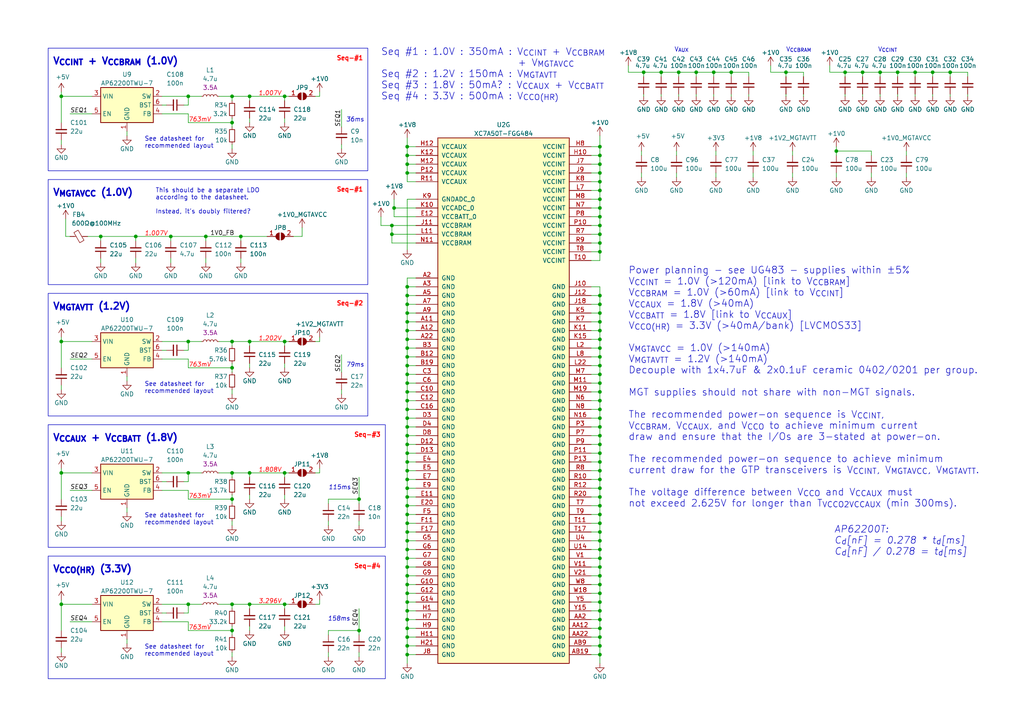
<source format=kicad_sch>
(kicad_sch (version 20230121) (generator eeschema)
  (paper "A4")
  (title_block (title "FPGA Power Supplies & Core Decoupling") (date "2024-02-14") (rev "0.1") (company "George Smart, M1GEO") (comment 1 "https://github.com/m1geo/Pi5-Artix-FPGA-Hat") (comment 2 "https://www.george-smart.co.uk"))
  (junction (at 17.78 99.06))
  (junction (at 173.99 159.385))
  (junction (at 186.69 20.955))
  (junction (at 82.55 99.06))
  (junction (at 118.11 189.865))
  (junction (at 173.99 90.805))
  (junction (at 118.11 144.145))
  (junction (at 173.99 144.145))
  (junction (at 173.99 95.885))
  (junction (at 173.99 164.465))
  (junction (at 67.31 27.94))
  (junction (at 17.78 175.26))
  (junction (at 118.11 93.345))
  (junction (at 173.99 103.505))
  (junction (at 173.99 172.085))
  (junction (at 250.19 20.955))
  (junction (at 118.11 103.505))
  (junction (at 255.27 20.955))
  (junction (at 67.31 99.06))
  (junction (at 118.11 133.985))
  (junction (at 242.57 43.815))
  (junction (at 29.21 68.58))
  (junction (at 72.39 137.16))
  (junction (at 173.99 47.625))
  (junction (at 118.11 184.785))
  (junction (at 173.99 126.365))
  (junction (at 245.11 20.955))
  (junction (at 173.99 100.965))
  (junction (at 118.11 100.965))
  (junction (at 114.3 60.325))
  (junction (at 118.11 42.545))
  (junction (at 173.99 167.005))
  (junction (at 173.99 136.525))
  (junction (at 173.99 151.765))
  (junction (at 118.11 95.885))
  (junction (at 173.99 85.725))
  (junction (at 118.11 164.465))
  (junction (at 118.11 116.205))
  (junction (at 59.69 68.58))
  (junction (at 118.11 154.305))
  (junction (at 118.11 85.725))
  (junction (at 67.31 35.56))
  (junction (at 69.85 68.58))
  (junction (at 118.11 45.085))
  (junction (at 173.99 116.205))
  (junction (at 173.99 141.605))
  (junction (at 227.965 20.955))
  (junction (at 173.99 98.425))
  (junction (at 104.14 182.88))
  (junction (at 173.99 161.925))
  (junction (at 67.31 144.78))
  (junction (at 118.11 182.245))
  (junction (at 118.11 177.165))
  (junction (at 118.11 139.065))
  (junction (at 173.99 121.285))
  (junction (at 173.99 133.985))
  (junction (at 265.43 20.955))
  (junction (at 39.37 68.58))
  (junction (at 173.99 65.405))
  (junction (at 173.99 139.065))
  (junction (at 173.99 106.045))
  (junction (at 173.99 174.625))
  (junction (at 17.78 137.16))
  (junction (at 118.11 159.385))
  (junction (at 118.11 88.265))
  (junction (at 54.61 137.16))
  (junction (at 173.99 169.545))
  (junction (at 118.11 151.765))
  (junction (at 173.99 42.545))
  (junction (at 173.99 118.745))
  (junction (at 173.99 93.345))
  (junction (at 118.11 113.665))
  (junction (at 173.99 60.325))
  (junction (at 191.77 20.955))
  (junction (at 67.31 175.26))
  (junction (at 173.99 88.265))
  (junction (at 54.61 99.06))
  (junction (at 118.11 169.545))
  (junction (at 118.11 156.845))
  (junction (at 173.99 179.705))
  (junction (at 173.99 131.445))
  (junction (at 173.99 189.865))
  (junction (at 118.11 126.365))
  (junction (at 118.11 83.185))
  (junction (at 72.39 99.06))
  (junction (at 173.99 123.825))
  (junction (at 196.85 20.955))
  (junction (at 173.99 62.865))
  (junction (at 173.99 52.705))
  (junction (at 118.11 136.525))
  (junction (at 82.55 27.94))
  (junction (at 173.99 146.685))
  (junction (at 173.99 187.325))
  (junction (at 173.99 182.245))
  (junction (at 201.93 20.955))
  (junction (at 49.53 68.58))
  (junction (at 72.39 175.26))
  (junction (at 54.61 27.94))
  (junction (at 173.99 113.665))
  (junction (at 118.11 111.125))
  (junction (at 113.665 67.945))
  (junction (at 118.11 167.005))
  (junction (at 118.11 131.445))
  (junction (at 173.99 70.485))
  (junction (at 173.99 67.945))
  (junction (at 118.11 98.425))
  (junction (at 118.11 106.045))
  (junction (at 82.55 137.16))
  (junction (at 17.78 27.94))
  (junction (at 118.11 128.905))
  (junction (at 118.11 179.705))
  (junction (at 118.11 141.605))
  (junction (at 118.11 149.225))
  (junction (at 173.99 50.165))
  (junction (at 173.99 154.305))
  (junction (at 118.11 123.825))
  (junction (at 118.11 146.685))
  (junction (at 173.99 57.785))
  (junction (at 118.11 108.585))
  (junction (at 54.61 175.26))
  (junction (at 67.31 106.68))
  (junction (at 118.11 172.085))
  (junction (at 275.59 20.955))
  (junction (at 82.55 175.26))
  (junction (at 173.99 108.585))
  (junction (at 207.01 20.955))
  (junction (at 118.11 50.165))
  (junction (at 173.99 45.085))
  (junction (at 118.11 121.285))
  (junction (at 173.99 73.025))
  (junction (at 270.51 20.955))
  (junction (at 118.11 174.625))
  (junction (at 173.99 128.905))
  (junction (at 113.665 65.405))
  (junction (at 104.14 144.78))
  (junction (at 173.99 55.245))
  (junction (at 173.99 156.845))
  (junction (at 118.11 90.805))
  (junction (at 173.99 149.225))
  (junction (at 173.99 111.125))
  (junction (at 67.31 137.16))
  (junction (at 118.11 187.325))
  (junction (at 260.35 20.955))
  (junction (at 173.99 184.785))
  (junction (at 118.11 118.745))
  (junction (at 118.11 47.625))
  (junction (at 118.11 161.925))
  (junction (at 72.39 27.94))
  (junction (at 212.09 20.955))
  (junction (at 173.99 177.165))
  (junction (at 67.31 182.88))
  (wire (pts (xy 207.01 20.955) (xy 201.93 20.955)))
  (wire (pts (xy 173.99 93.345) (xy 171.45 93.345)))
  (wire (pts (xy 118.11 103.505) (xy 118.11 106.045)))
  (wire (pts (xy 233.045 22.225) (xy 233.045 20.955)))
  (wire (pts (xy 173.99 95.885) (xy 173.99 98.425)))
  (wire (pts (xy 118.11 45.085) (xy 120.65 45.085)))
  (wire (pts (xy 118.11 83.185) (xy 120.65 83.185)))
  (wire (pts (xy 95.25 151.13) (xy 95.25 152.4)))
  (wire (pts (xy 173.99 65.405) (xy 173.99 67.945)))
  (wire (pts (xy 173.99 83.185) (xy 173.99 85.725)))
  (wire (pts (xy 114.3 60.325) (xy 114.3 62.865)))
  (wire (pts (xy 118.11 131.445) (xy 120.65 131.445)))
  (wire (pts (xy 173.99 182.245) (xy 173.99 184.785)))
  (wire (pts (xy 118.11 133.985) (xy 120.65 133.985)))
  (wire (pts (xy 20.32 33.02) (xy 26.67 33.02)))
  (wire (pts (xy 118.11 57.785) (xy 118.11 72.39)))
  (wire (pts (xy 265.43 27.305) (xy 265.43 27.94)))
  (wire (pts (xy 82.55 137.16) (xy 82.55 138.43)))
  (wire (pts (xy 270.51 20.955) (xy 265.43 20.955)))
  (wire (pts (xy 99.06 113.03) (xy 99.06 114.3)))
  (wire (pts (xy 196.85 22.225) (xy 196.85 20.955)))
  (wire (pts (xy 54.61 144.78) (xy 54.61 142.24)))
  (wire (pts (xy 118.11 93.345) (xy 118.11 95.885)))
  (wire (pts (xy 82.55 99.06) (xy 83.82 99.06)))
  (wire (pts (xy 36.83 185.42) (xy 36.83 186.69)))
  (wire (pts (xy 173.99 177.165) (xy 173.99 179.705)))
  (wire (pts (xy 95.25 189.23) (xy 95.25 190.5)))
  (wire (pts (xy 173.99 184.785) (xy 173.99 187.325)))
  (wire (pts (xy 173.99 187.325) (xy 171.45 187.325)))
  (wire (pts (xy 118.11 133.985) (xy 118.11 136.525)))
  (wire (pts (xy 265.43 22.225) (xy 265.43 20.955)))
  (wire (pts (xy 54.61 104.14) (xy 46.99 104.14)))
  (wire (pts (xy 67.31 146.05) (xy 67.31 144.78)))
  (wire (pts (xy 118.11 149.225) (xy 120.65 149.225)))
  (wire (pts (xy 171.45 151.765) (xy 173.99 151.765)))
  (wire (pts (xy 252.73 50.165) (xy 252.73 51.435)))
  (wire (pts (xy 29.21 68.58) (xy 39.37 68.58)))
  (wire (pts (xy 242.57 42.545) (xy 242.57 43.815)))
  (wire (pts (xy 260.35 20.955) (xy 255.27 20.955)))
  (wire (pts (xy 171.45 50.165) (xy 173.99 50.165)))
  (wire (pts (xy 120.65 57.785) (xy 118.11 57.785)))
  (wire (pts (xy 118.11 151.765) (xy 118.11 154.305)))
  (wire (pts (xy 186.69 22.225) (xy 186.69 20.955)))
  (wire (pts (xy 99.06 31.75) (xy 99.06 36.83)))
  (wire (pts (xy 118.11 100.965) (xy 120.65 100.965)))
  (wire (pts (xy 173.99 113.665) (xy 171.45 113.665)))
  (wire (pts (xy 72.39 143.51) (xy 72.39 144.78)))
  (wire (pts (xy 59.69 68.58) (xy 49.53 68.58)))
  (wire (pts (xy 196.215 43.815) (xy 196.215 45.085)))
  (wire (pts (xy 104.14 184.15) (xy 104.14 182.88)))
  (wire (pts (xy 69.85 68.58) (xy 77.47 68.58)))
  (wire (pts (xy 173.99 42.545) (xy 173.99 45.085)))
  (wire (pts (xy 229.87 43.815) (xy 229.87 45.085)))
  (wire (pts (xy 20.32 142.24) (xy 26.67 142.24)))
  (wire (pts (xy 67.31 137.16) (xy 72.39 137.16)))
  (wire (pts (xy 72.39 27.94) (xy 72.39 29.21)))
  (wire (pts (xy 201.93 27.305) (xy 201.93 27.94)))
  (wire (pts (xy 173.99 169.545) (xy 173.99 172.085)))
  (wire (pts (xy 118.11 108.585) (xy 118.11 111.125)))
  (wire (pts (xy 67.31 36.83) (xy 67.31 35.56)))
  (wire (pts (xy 19.05 63.5) (xy 19.05 68.58)))
  (wire (pts (xy 118.11 95.885) (xy 120.65 95.885)))
  (wire (pts (xy 17.78 173.99) (xy 17.78 175.26)))
  (wire (pts (xy 118.11 187.325) (xy 118.11 189.865)))
  (wire (pts (xy 59.69 74.93) (xy 59.69 76.2)))
  (wire (pts (xy 191.77 27.305) (xy 191.77 27.94)))
  (wire (pts (xy 186.69 20.955) (xy 191.77 20.955)))
  (wire (pts (xy 173.99 57.785) (xy 173.99 60.325)))
  (wire (pts (xy 72.39 99.06) (xy 82.55 99.06)))
  (wire (pts (xy 173.99 149.225) (xy 173.99 151.765)))
  (wire (pts (xy 72.39 34.29) (xy 72.39 35.56)))
  (wire (pts (xy 99.06 41.91) (xy 99.06 43.18)))
  (wire (pts (xy 173.99 70.485) (xy 171.45 70.485)))
  (wire (pts (xy 120.65 62.865) (xy 114.3 62.865)))
  (wire (pts (xy 173.99 93.345) (xy 173.99 95.885)))
  (wire (pts (xy 72.39 181.61) (xy 72.39 182.88)))
  (wire (pts (xy 59.69 69.85) (xy 59.69 68.58)))
  (wire (pts (xy 118.11 167.005) (xy 118.11 169.545)))
  (wire (pts (xy 67.31 151.13) (xy 67.31 152.4)))
  (wire (pts (xy 72.39 105.41) (xy 72.39 106.68)))
  (wire (pts (xy 72.39 175.26) (xy 72.39 176.53)))
  (wire (pts (xy 118.11 40.005) (xy 118.11 42.545)))
  (wire (pts (xy 54.61 30.48) (xy 54.61 27.94)))
  (wire (pts (xy 173.99 174.625) (xy 173.99 177.165)))
  (wire (pts (xy 118.11 161.925) (xy 120.65 161.925)))
  (wire (pts (xy 218.44 50.165) (xy 218.44 51.435)))
  (wire (pts (xy 173.99 133.985) (xy 171.45 133.985)))
  (wire (pts (xy 118.11 141.605) (xy 120.65 141.605)))
  (wire (pts (xy 173.99 118.745) (xy 171.45 118.745)))
  (wire (pts (xy 173.99 60.325) (xy 171.45 60.325)))
  (wire (pts (xy 173.99 156.845) (xy 173.99 159.385)))
  (wire (pts (xy 173.99 111.125) (xy 173.99 113.665)))
  (wire (pts (xy 173.99 90.805) (xy 171.45 90.805)))
  (wire (pts (xy 173.99 55.245) (xy 173.99 57.785)))
  (wire (pts (xy 173.99 139.065) (xy 173.99 141.605)))
  (wire (pts (xy 67.31 184.15) (xy 67.31 182.88)))
  (wire (pts (xy 173.99 100.965) (xy 173.99 103.505)))
  (wire (pts (xy 54.61 106.68) (xy 54.61 104.14)))
  (wire (pts (xy 118.11 118.745) (xy 120.65 118.745)))
  (wire (pts (xy 118.11 113.665) (xy 118.11 116.205)))
  (wire (pts (xy 173.99 123.825) (xy 171.45 123.825)))
  (wire (pts (xy 17.78 135.89) (xy 17.78 137.16)))
  (wire (pts (xy 46.99 99.06) (xy 54.61 99.06)))
  (wire (pts (xy 113.665 67.945) (xy 120.65 67.945)))
  (wire (pts (xy 275.59 22.225) (xy 275.59 20.955)))
  (wire (pts (xy 173.99 133.985) (xy 173.99 136.525)))
  (wire (pts (xy 196.85 27.305) (xy 196.85 27.94)))
  (wire (pts (xy 17.78 137.16) (xy 26.67 137.16)))
  (wire (pts (xy 186.055 43.815) (xy 186.055 45.085)))
  (wire (pts (xy 104.14 182.88) (xy 95.25 182.88)))
  (wire (pts (xy 118.11 184.785) (xy 118.11 187.325)))
  (wire (pts (xy 118.11 113.665) (xy 120.65 113.665)))
  (wire (pts (xy 72.39 175.26) (xy 82.55 175.26)))
  (wire (pts (xy 82.55 105.41) (xy 82.55 106.68)))
  (wire (pts (xy 173.99 167.005) (xy 173.99 169.545)))
  (wire (pts (xy 229.87 50.165) (xy 229.87 51.435)))
  (wire (pts (xy 173.99 111.125) (xy 171.45 111.125)))
  (wire (pts (xy 262.89 43.815) (xy 262.89 45.085)))
  (wire (pts (xy 67.31 107.95) (xy 67.31 106.68)))
  (wire (pts (xy 118.11 80.645) (xy 118.11 83.185)))
  (wire (pts (xy 118.11 182.245) (xy 120.65 182.245)))
  (wire (pts (xy 67.31 144.78) (xy 54.61 144.78)))
  (wire (pts (xy 240.665 20.955) (xy 245.11 20.955)))
  (wire (pts (xy 118.11 159.385) (xy 118.11 161.925)))
  (wire (pts (xy 95.25 182.88) (xy 95.25 184.15)))
  (wire (pts (xy 17.78 111.76) (xy 17.78 113.03)))
  (wire (pts (xy 173.99 164.465) (xy 171.45 164.465)))
  (wire (pts (xy 69.85 68.58) (xy 59.69 68.58)))
  (wire (pts (xy 67.31 41.91) (xy 67.31 43.18)))
  (wire (pts (xy 242.57 43.815) (xy 242.57 45.085)))
  (wire (pts (xy 173.99 167.005) (xy 171.45 167.005)))
  (wire (pts (xy 173.99 141.605) (xy 171.45 141.605)))
  (wire (pts (xy 113.665 70.485) (xy 113.665 67.945)))
  (wire (pts (xy 118.11 172.085) (xy 120.65 172.085)))
  (wire (pts (xy 171.45 45.085) (xy 173.99 45.085)))
  (wire (pts (xy 171.45 42.545) (xy 173.99 42.545)))
  (wire (pts (xy 67.31 29.21) (xy 67.31 27.94)))
  (wire (pts (xy 173.99 156.845) (xy 171.45 156.845)))
  (wire (pts (xy 196.215 50.165) (xy 196.215 51.435)))
  (wire (pts (xy 173.99 184.785) (xy 171.45 184.785)))
  (wire (pts (xy 270.51 22.225) (xy 270.51 20.955)))
  (wire (pts (xy 17.78 137.16) (xy 17.78 144.78)))
  (wire (pts (xy 17.78 26.67) (xy 17.78 27.94)))
  (wire (pts (xy 173.99 103.505) (xy 173.99 106.045)))
  (wire (pts (xy 118.11 47.625) (xy 118.11 50.165)))
  (wire (pts (xy 53.34 30.48) (xy 54.61 30.48)))
  (wire (pts (xy 92.71 173.99) (xy 92.71 175.26)))
  (wire (pts (xy 54.61 101.6) (xy 54.61 99.06)))
  (wire (pts (xy 212.09 20.955) (xy 207.01 20.955)))
  (wire (pts (xy 118.11 98.425) (xy 118.11 100.965)))
  (wire (pts (xy 54.61 35.56) (xy 54.61 33.02)))
  (wire (pts (xy 67.31 105.41) (xy 67.31 106.68)))
  (wire (pts (xy 275.59 20.955) (xy 270.51 20.955)))
  (wire (pts (xy 118.11 45.085) (xy 118.11 47.625)))
  (wire (pts (xy 46.99 137.16) (xy 54.61 137.16)))
  (wire (pts (xy 67.31 35.56) (xy 54.61 35.56)))
  (wire (pts (xy 17.78 149.86) (xy 17.78 151.13)))
  (wire (pts (xy 54.61 99.06) (xy 58.42 99.06)))
  (wire (pts (xy 280.67 20.955) (xy 275.59 20.955)))
  (wire (pts (xy 275.59 27.305) (xy 275.59 27.94)))
  (wire (pts (xy 173.99 88.265) (xy 171.45 88.265)))
  (wire (pts (xy 67.31 113.03) (xy 67.31 114.3)))
  (wire (pts (xy 173.99 45.085) (xy 173.99 47.625)))
  (wire (pts (xy 186.055 50.165) (xy 186.055 51.435)))
  (wire (pts (xy 39.37 68.58) (xy 49.53 68.58)))
  (wire (pts (xy 110.49 65.405) (xy 113.665 65.405)))
  (wire (pts (xy 25.4 68.58) (xy 29.21 68.58)))
  (wire (pts (xy 118.11 116.205) (xy 118.11 118.745)))
  (wire (pts (xy 262.89 50.165) (xy 262.89 51.435)))
  (wire (pts (xy 118.11 151.765) (xy 120.65 151.765)))
  (wire (pts (xy 39.37 68.58) (xy 39.37 69.85)))
  (wire (pts (xy 118.11 42.545) (xy 120.65 42.545)))
  (wire (pts (xy 46.99 177.8) (xy 48.26 177.8)))
  (wire (pts (xy 63.5 27.94) (xy 67.31 27.94)))
  (wire (pts (xy 173.99 121.285) (xy 171.45 121.285)))
  (wire (pts (xy 118.11 182.245) (xy 118.11 184.785)))
  (wire (pts (xy 54.61 137.16) (xy 58.42 137.16)))
  (wire (pts (xy 92.71 137.16) (xy 91.44 137.16)))
  (wire (pts (xy 173.99 189.865) (xy 173.99 192.405)))
  (wire (pts (xy 118.11 179.705) (xy 120.65 179.705)))
  (wire (pts (xy 270.51 27.305) (xy 270.51 27.94)))
  (wire (pts (xy 173.99 136.525) (xy 173.99 139.065)))
  (wire (pts (xy 114.3 57.785) (xy 114.3 60.325)))
  (wire (pts (xy 104.14 189.23) (xy 104.14 190.5)))
  (wire (pts (xy 173.99 62.865) (xy 173.99 65.405)))
  (wire (pts (xy 63.5 99.06) (xy 67.31 99.06)))
  (wire (pts (xy 82.55 175.26) (xy 83.82 175.26)))
  (wire (pts (xy 54.61 139.7) (xy 54.61 137.16)))
  (wire (pts (xy 173.99 88.265) (xy 173.99 90.805)))
  (wire (pts (xy 173.99 131.445) (xy 171.45 131.445)))
  (wire (pts (xy 173.99 70.485) (xy 173.99 73.025)))
  (wire (pts (xy 191.77 22.225) (xy 191.77 20.955)))
  (wire (pts (xy 82.55 27.94) (xy 83.82 27.94)))
  (wire (pts (xy 173.99 65.405) (xy 171.45 65.405)))
  (wire (pts (xy 118.11 98.425) (xy 120.65 98.425)))
  (wire (pts (xy 67.31 189.23) (xy 67.31 190.5)))
  (wire (pts (xy 118.11 154.305) (xy 120.65 154.305)))
  (wire (pts (xy 173.99 106.045) (xy 173.99 108.585)))
  (wire (pts (xy 54.61 175.26) (xy 58.42 175.26)))
  (wire (pts (xy 207.01 22.225) (xy 207.01 20.955)))
  (wire (pts (xy 171.45 47.625) (xy 173.99 47.625)))
  (wire (pts (xy 118.11 187.325) (xy 120.65 187.325)))
  (wire (pts (xy 95.25 144.78) (xy 104.14 144.78)))
  (wire (pts (xy 113.665 65.405) (xy 120.65 65.405)))
  (wire (pts (xy 212.09 22.225) (xy 212.09 20.955)))
  (wire (pts (xy 173.99 108.585) (xy 171.45 108.585)))
  (wire (pts (xy 118.11 50.165) (xy 120.65 50.165)))
  (wire (pts (xy 99.06 102.87) (xy 99.06 107.95)))
  (wire (pts (xy 173.99 113.665) (xy 173.99 116.205)))
  (wire (pts (xy 173.99 90.805) (xy 173.99 93.345)))
  (wire (pts (xy 63.5 137.16) (xy 67.31 137.16)))
  (wire (pts (xy 17.78 40.64) (xy 17.78 41.91)))
  (wire (pts (xy 67.31 34.29) (xy 67.31 35.56)))
  (wire (pts (xy 67.31 138.43) (xy 67.31 137.16)))
  (wire (pts (xy 39.37 74.93) (xy 39.37 76.2)))
  (wire (pts (xy 92.71 175.26) (xy 91.44 175.26)))
  (wire (pts (xy 173.99 182.245) (xy 171.45 182.245)))
  (wire (pts (xy 173.99 52.705) (xy 173.99 55.245)))
  (wire (pts (xy 173.99 179.705) (xy 173.99 182.245)))
  (wire (pts (xy 173.99 85.725) (xy 171.45 85.725)))
  (wire (pts (xy 54.61 27.94) (xy 58.42 27.94)))
  (wire (pts (xy 118.11 177.165) (xy 118.11 179.705)))
  (wire (pts (xy 227.965 27.305) (xy 227.965 27.94)))
  (wire (pts (xy 118.11 123.825) (xy 118.11 126.365)))
  (wire (pts (xy 173.99 179.705) (xy 171.45 179.705)))
  (wire (pts (xy 67.31 181.61) (xy 67.31 182.88)))
  (wire (pts (xy 245.11 20.955) (xy 250.19 20.955)))
  (wire (pts (xy 250.19 20.955) (xy 255.27 20.955)))
  (wire (pts (xy 171.45 57.785) (xy 173.99 57.785)))
  (wire (pts (xy 173.99 116.205) (xy 171.45 116.205)))
  (wire (pts (xy 233.045 20.955) (xy 227.965 20.955)))
  (wire (pts (xy 173.99 172.085) (xy 171.45 172.085)))
  (wire (pts (xy 118.11 144.145) (xy 120.65 144.145)))
  (wire (pts (xy 171.45 55.245) (xy 173.99 55.245)))
  (wire (pts (xy 173.99 108.585) (xy 173.99 111.125)))
  (wire (pts (xy 118.11 161.925) (xy 118.11 164.465)))
  (wire (pts (xy 173.99 85.725) (xy 173.99 88.265)))
  (wire (pts (xy 118.11 189.865) (xy 118.11 192.405)))
  (wire (pts (xy 118.11 88.265) (xy 120.65 88.265)))
  (wire (pts (xy 255.27 27.305) (xy 255.27 27.94)))
  (wire (pts (xy 173.99 131.445) (xy 173.99 133.985)))
  (wire (pts (xy 250.19 22.225) (xy 250.19 20.955)))
  (wire (pts (xy 120.65 70.485) (xy 113.665 70.485)))
  (wire (pts (xy 173.99 154.305) (xy 171.45 154.305)))
  (wire (pts (xy 242.57 43.815) (xy 252.73 43.815)))
  (wire (pts (xy 49.53 68.58) (xy 49.53 69.85)))
  (wire (pts (xy 173.99 177.165) (xy 171.45 177.165)))
  (wire (pts (xy 104.14 176.53) (xy 104.14 182.88)))
  (wire (pts (xy 118.11 177.165) (xy 120.65 177.165)))
  (wire (pts (xy 118.11 126.365) (xy 118.11 128.905)))
  (wire (pts (xy 118.11 149.225) (xy 118.11 151.765)))
  (wire (pts (xy 67.31 143.51) (xy 67.31 144.78)))
  (wire (pts (xy 173.99 116.205) (xy 173.99 118.745)))
  (wire (pts (xy 207.645 50.165) (xy 207.645 51.435)))
  (wire (pts (xy 54.61 142.24) (xy 46.99 142.24)))
  (wire (pts (xy 17.78 99.06) (xy 17.78 106.68)))
  (wire (pts (xy 240.665 19.05) (xy 240.665 20.955)))
  (wire (pts (xy 82.55 27.94) (xy 82.55 29.21)))
  (wire (pts (xy 242.57 50.165) (xy 242.57 51.435)))
  (wire (pts (xy 173.99 172.085) (xy 173.99 174.625)))
  (wire (pts (xy 182.245 20.955) (xy 186.69 20.955)))
  (wire (pts (xy 118.11 42.545) (xy 118.11 45.085)))
  (wire (pts (xy 72.39 27.94) (xy 82.55 27.94)))
  (wire (pts (xy 53.34 101.6) (xy 54.61 101.6)))
  (wire (pts (xy 118.11 172.085) (xy 118.11 174.625)))
  (wire (pts (xy 87.63 68.58) (xy 87.63 66.04)))
  (wire (pts (xy 173.99 126.365) (xy 171.45 126.365)))
  (wire (pts (xy 223.52 20.955) (xy 227.965 20.955)))
  (wire (pts (xy 173.99 151.765) (xy 173.99 154.305)))
  (wire (pts (xy 173.99 126.365) (xy 173.99 128.905)))
  (wire (pts (xy 201.93 20.955) (xy 196.85 20.955)))
  (wire (pts (xy 173.99 146.685) (xy 173.99 149.225)))
  (wire (pts (xy 173.99 128.905) (xy 173.99 131.445)))
  (wire (pts (xy 265.43 20.955) (xy 260.35 20.955)))
  (wire (pts (xy 92.71 99.06) (xy 91.44 99.06)))
  (wire (pts (xy 20.32 104.14) (xy 26.67 104.14)))
  (wire (pts (xy 118.11 139.065) (xy 118.11 141.605)))
  (wire (pts (xy 17.78 27.94) (xy 26.67 27.94)))
  (wire (pts (xy 118.11 83.185) (xy 118.11 85.725)))
  (wire (pts (xy 173.99 189.865) (xy 171.45 189.865)))
  (wire (pts (xy 118.11 156.845) (xy 118.11 159.385)))
  (wire (pts (xy 92.71 27.94) (xy 91.44 27.94)))
  (wire (pts (xy 46.99 30.48) (xy 48.26 30.48)))
  (wire (pts (xy 173.99 149.225) (xy 171.45 149.225)))
  (wire (pts (xy 173.99 73.025) (xy 171.45 73.025)))
  (wire (pts (xy 17.78 27.94) (xy 17.78 35.56)))
  (wire (pts (xy 173.99 161.925) (xy 173.99 164.465)))
  (wire (pts (xy 67.31 106.68) (xy 54.61 106.68)))
  (wire (pts (xy 173.99 174.625) (xy 171.45 174.625)))
  (wire (pts (xy 104.14 138.43) (xy 104.14 144.78)))
  (wire (pts (xy 67.31 182.88) (xy 54.61 182.88)))
  (wire (pts (xy 118.11 90.805) (xy 118.11 93.345)))
  (wire (pts (xy 217.17 20.955) (xy 212.09 20.955)))
  (wire (pts (xy 54.61 180.34) (xy 46.99 180.34)))
  (wire (pts (xy 173.99 154.305) (xy 173.99 156.845)))
  (wire (pts (xy 92.71 135.89) (xy 92.71 137.16)))
  (wire (pts (xy 182.245 20.955) (xy 182.245 19.05)))
  (wire (pts (xy 63.5 175.26) (xy 67.31 175.26)))
  (wire (pts (xy 92.71 26.67) (xy 92.71 27.94)))
  (wire (pts (xy 173.99 83.185) (xy 171.45 83.185)))
  (wire (pts (xy 19.05 68.58) (xy 20.32 68.58)))
  (wire (pts (xy 173.99 121.285) (xy 173.99 123.825)))
  (wire (pts (xy 207.01 27.305) (xy 207.01 27.94)))
  (wire (pts (xy 173.99 100.965) (xy 171.45 100.965)))
  (wire (pts (xy 118.11 169.545) (xy 120.65 169.545)))
  (wire (pts (xy 173.99 95.885) (xy 171.45 95.885)))
  (wire (pts (xy 72.39 99.06) (xy 72.39 100.33)))
  (wire (pts (xy 118.11 144.145) (xy 118.11 146.685)))
  (wire (pts (xy 186.69 27.305) (xy 186.69 27.94)))
  (wire (pts (xy 217.17 22.225) (xy 217.17 20.955)))
  (wire (pts (xy 173.99 62.865) (xy 171.45 62.865)))
  (wire (pts (xy 46.99 27.94) (xy 54.61 27.94)))
  (wire (pts (xy 95.25 144.78) (xy 95.25 146.05)))
  (wire (pts (xy 217.17 27.305) (xy 217.17 27.94)))
  (wire (pts (xy 29.21 74.93) (xy 29.21 76.2)))
  (wire (pts (xy 54.61 33.02) (xy 46.99 33.02)))
  (wire (pts (xy 118.11 136.525) (xy 120.65 136.525)))
  (wire (pts (xy 67.31 27.94) (xy 72.39 27.94)))
  (wire (pts (xy 173.99 98.425) (xy 173.99 100.965)))
  (wire (pts (xy 17.78 175.26) (xy 26.67 175.26)))
  (wire (pts (xy 118.11 123.825) (xy 120.65 123.825)))
  (wire (pts (xy 173.99 67.945) (xy 173.99 70.485)))
  (wire (pts (xy 118.11 159.385) (xy 120.65 159.385)))
  (wire (pts (xy 69.85 76.2) (xy 69.85 74.93)))
  (wire (pts (xy 173.99 106.045) (xy 171.45 106.045)))
  (wire (pts (xy 173.99 60.325) (xy 173.99 62.865)))
  (wire (pts (xy 173.99 75.565) (xy 171.45 75.565)))
  (wire (pts (xy 118.11 95.885) (xy 118.11 98.425)))
  (wire (pts (xy 118.11 174.625) (xy 118.11 177.165)))
  (wire (pts (xy 173.99 73.025) (xy 173.99 75.565)))
  (wire (pts (xy 252.73 45.085) (xy 252.73 43.815)))
  (wire (pts (xy 46.99 175.26) (xy 54.61 175.26)))
  (wire (pts (xy 118.11 47.625) (xy 120.65 47.625)))
  (wire (pts (xy 118.11 146.685) (xy 120.65 146.685)))
  (wire (pts (xy 17.78 187.96) (xy 17.78 189.23)))
  (wire (pts (xy 173.99 187.325) (xy 173.99 189.865)))
  (wire (pts (xy 29.21 68.58) (xy 29.21 69.85)))
  (wire (pts (xy 173.99 118.745) (xy 173.99 121.285)))
  (wire (pts (xy 173.99 123.825) (xy 173.99 126.365)))
  (wire (pts (xy 118.11 169.545) (xy 118.11 172.085)))
  (wire (pts (xy 82.55 181.61) (xy 82.55 182.88)))
  (wire (pts (xy 118.11 108.585) (xy 120.65 108.585)))
  (wire (pts (xy 67.31 100.33) (xy 67.31 99.06)))
  (wire (pts (xy 118.11 106.045) (xy 120.65 106.045)))
  (wire (pts (xy 207.645 43.815) (xy 207.645 45.085)))
  (wire (pts (xy 118.11 179.705) (xy 118.11 182.245)))
  (wire (pts (xy 118.11 80.645) (xy 120.65 80.645)))
  (wire (pts (xy 118.11 118.745) (xy 118.11 121.285)))
  (wire (pts (xy 118.11 136.525) (xy 118.11 139.065)))
  (wire (pts (xy 118.11 121.285) (xy 120.65 121.285)))
  (wire (pts (xy 36.83 147.32) (xy 36.83 148.59)))
  (wire (pts (xy 173.99 67.945) (xy 171.45 67.945)))
  (wire (pts (xy 118.11 131.445) (xy 118.11 133.985)))
  (wire (pts (xy 53.34 139.7) (xy 54.61 139.7)))
  (wire (pts (xy 118.11 128.905) (xy 118.11 131.445)))
  (wire (pts (xy 118.11 164.465) (xy 118.11 167.005)))
  (wire (pts (xy 173.99 164.465) (xy 173.99 167.005)))
  (wire (pts (xy 173.99 141.605) (xy 173.99 144.145)))
  (wire (pts (xy 118.11 116.205) (xy 120.65 116.205)))
  (wire (pts (xy 173.99 103.505) (xy 171.45 103.505)))
  (wire (pts (xy 46.99 139.7) (xy 48.26 139.7)))
  (wire (pts (xy 118.11 167.005) (xy 120.65 167.005)))
  (wire (pts (xy 46.99 101.6) (xy 48.26 101.6)))
  (wire (pts (xy 54.61 182.88) (xy 54.61 180.34)))
  (wire (pts (xy 110.49 62.865) (xy 110.49 65.405)))
  (wire (pts (xy 104.14 151.13) (xy 104.14 152.4)))
  (wire (pts (xy 196.85 20.955) (xy 191.77 20.955)))
  (wire (pts (xy 173.99 146.685) (xy 171.45 146.685)))
  (wire (pts (xy 82.55 143.51) (xy 82.55 144.78)))
  (wire (pts (xy 173.99 39.37) (xy 173.99 42.545)))
  (wire (pts (xy 227.965 22.225) (xy 227.965 20.955)))
  (wire (pts (xy 280.67 27.305) (xy 280.67 27.94)))
  (wire (pts (xy 118.11 93.345) (xy 120.65 93.345)))
  (wire (pts (xy 233.045 27.305) (xy 233.045 27.94)))
  (wire (pts (xy 118.11 164.465) (xy 120.65 164.465)))
  (wire (pts (xy 82.55 137.16) (xy 83.82 137.16)))
  (wire (pts (xy 173.99 139.065) (xy 171.45 139.065)))
  (wire (pts (xy 72.39 137.16) (xy 82.55 137.16)))
  (wire (pts (xy 104.14 146.05) (xy 104.14 144.78)))
  (wire (pts (xy 72.39 137.16) (xy 72.39 138.43)))
  (wire (pts (xy 118.11 154.305) (xy 118.11 156.845)))
  (wire (pts (xy 118.11 126.365) (xy 120.65 126.365)))
  (wire (pts (xy 118.11 100.965) (xy 118.11 103.505)))
  (wire (pts (xy 114.3 60.325) (xy 120.65 60.325)))
  (wire (pts (xy 36.83 38.1) (xy 36.83 39.37)))
  (wire (pts (xy 118.11 189.865) (xy 120.65 189.865)))
  (wire (pts (xy 118.11 106.045) (xy 118.11 108.585)))
  (wire (pts (xy 118.11 146.685) (xy 118.11 149.225)))
  (wire (pts (xy 255.27 22.225) (xy 255.27 20.955)))
  (wire (pts (xy 36.83 109.22) (xy 36.83 110.49)))
  (wire (pts (xy 67.31 99.06) (xy 72.39 99.06)))
  (wire (pts (xy 82.55 34.29) (xy 82.55 35.56)))
  (wire (pts (xy 118.11 121.285) (xy 118.11 123.825)))
  (wire (pts (xy 173.99 159.385) (xy 171.45 159.385)))
  (wire (pts (xy 250.19 27.305) (xy 250.19 27.94)))
  (wire (pts (xy 173.99 98.425) (xy 171.45 98.425)))
  (wire (pts (xy 49.53 74.93) (xy 49.53 76.2)))
  (wire (pts (xy 118.11 90.805) (xy 120.65 90.805)))
  (wire (pts (xy 173.99 136.525) (xy 171.45 136.525)))
  (wire (pts (xy 67.31 175.26) (xy 72.39 175.26)))
  (wire (pts (xy 82.55 175.26) (xy 82.55 176.53)))
  (wire (pts (xy 118.11 128.905) (xy 120.65 128.905)))
  (wire (pts (xy 118.11 88.265) (xy 118.11 90.805)))
  (wire (pts (xy 173.99 47.625) (xy 173.99 50.165)))
  (wire (pts (xy 118.11 139.065) (xy 120.65 139.065)))
  (wire (pts (xy 201.93 22.225) (xy 201.93 20.955)))
  (wire (pts (xy 218.44 43.815) (xy 218.44 45.085)))
  (wire (pts (xy 69.85 69.85) (xy 69.85 68.58)))
  (wire (pts (xy 118.11 111.125) (xy 120.65 111.125)))
  (wire (pts (xy 118.11 156.845) (xy 120.65 156.845)))
  (wire (pts (xy 173.99 161.925) (xy 171.45 161.925)))
  (wire (pts (xy 17.78 97.79) (xy 17.78 99.06)))
  (wire (pts (xy 212.09 27.305) (xy 212.09 27.94)))
  (wire (pts (xy 173.99 144.145) (xy 171.45 144.145)))
  (wire (pts (xy 54.61 177.8) (xy 54.61 175.26)))
  (wire (pts (xy 118.11 85.725) (xy 120.65 85.725)))
  (wire (pts (xy 113.665 65.405) (xy 113.665 67.945)))
  (wire (pts (xy 173.99 159.385) (xy 173.99 161.925)))
  (wire (pts (xy 87.63 68.58) (xy 85.09 68.58)))
  (wire (pts (xy 53.34 177.8) (xy 54.61 177.8)))
  (wire (pts (xy 67.31 176.53) (xy 67.31 175.26)))
  (wire (pts (xy 173.99 144.145) (xy 173.99 146.685)))
  (wire (pts (xy 118.11 103.505) (xy 120.65 103.505)))
  (wire (pts (xy 17.78 99.06) (xy 26.67 99.06)))
  (wire (pts (xy 17.78 175.26) (xy 17.78 182.88)))
  (wire (pts (xy 118.11 85.725) (xy 118.11 88.265)))
  (wire (pts (xy 92.71 97.79) (xy 92.71 99.06)))
  (wire (pts (xy 120.65 52.705) (xy 118.11 52.705)))
  (wire (pts (xy 260.35 27.305) (xy 260.35 27.94)))
  (wire (pts (xy 280.67 22.225) (xy 280.67 20.955)))
  (wire (pts (xy 118.11 52.705) (xy 118.11 50.165)))
  (wire (pts (xy 260.35 22.225) (xy 260.35 20.955)))
  (wire (pts (xy 118.11 141.605) (xy 118.11 144.145)))
  (wire (pts (xy 173.99 169.545) (xy 171.45 169.545)))
  (wire (pts (xy 118.11 184.785) (xy 120.65 184.785)))
  (wire (pts (xy 118.11 111.125) (xy 118.11 113.665)))
  (wire (pts (xy 173.99 128.905) (xy 171.45 128.905)))
  (wire (pts (xy 245.11 27.305) (xy 245.11 27.94)))
  (wire (pts (xy 118.11 174.625) (xy 120.65 174.625)))
  (wire (pts (xy 245.11 22.225) (xy 245.11 20.955)))
  (wire (pts (xy 173.99 50.165) (xy 173.99 52.705)))
  (wire (pts (xy 82.55 99.06) (xy 82.55 100.33)))
  (wire (pts (xy 20.32 180.34) (xy 26.67 180.34)))
  (wire (pts (xy 223.52 19.05) (xy 223.52 20.955)))
  (wire (pts (xy 171.45 52.705) (xy 173.99 52.705)))
  (rectangle (start 13.97 123.19) (end 111.76 158.75))
  (rectangle (start 13.97 161.29) (end 111.76 196.85))
  (rectangle (start 13.97 52.07) (end 106.68 82.55))
  (rectangle (start 13.97 85.09) (end 106.68 120.65))
  (rectangle (start 13.97 13.97) (end 106.68 49.53))
  (text "Seq-#1" (at 105.41 55.88 0) (effects (font (size 1.27 1.27) (thickness 0.254) bold) (justify right bottom)))
  (text "1.202V" (at 74.93 99.06 0) (effects (font (size 1.27 1.27) italic) (justify left bottom)))
  (text "763mV" (at 54.61 35.56 0) (effects (font (size 1.27 1.27) italic) (justify left bottom)))
  (text "V_{CCBRAM}" (at 227.965 15.24 0) (effects (font (size 1.27 1.27)) (justify left bottom)))
  (text "V_{AUX}" (at 195.58 15.24 0) (effects (font (size 1.27 1.27)) (justify left bottom)))
  (text "1.808V" (at 74.93 137.16 0) (effects (font (size 1.27 1.27) italic) (justify left bottom)))
  (text "79ms" (at 100.33 106.68 0) (effects (font (size 1.27 1.27) italic) (justify left bottom)))
  (text "763mV" (at 54.61 106.68 0) (effects (font (size 1.27 1.27) italic) (justify left bottom)))
  (text "Seq-#1" (at 105.41 17.78 0) (effects (font (size 1.27 1.27) (thickness 0.254) bold) (justify right bottom)))
  (text "115ms" (at 95.25 142.24 0) (effects (font (size 1.27 1.27) italic) (justify left bottom)))
  (text "1.007V" (at 41.91 68.58 0) (effects (font (size 1.27 1.27) italic) (justify left bottom)))
  (text "Seq #1 : 1.0V : 350mA : V_{CCINT} + V_{CCBRAM}\n                          + V_{MGTAVCC}\nSeq #2 : 1.2V : 150mA : V_{MGTAVTT}\nSeq #3 : 1.8V : 50mA? : V_{CCAUX} + V_{CCBATT}\nSeq #4 : 3.3V : 500mA : V_{CCO(HR)}" (at 110.49 29.21 0) (effects (font (size 2 2)) (justify left bottom)))
  (text "V_{MGTAVTT} (1.2V)" (at 15.24 90.17 0) (effects (font (size 2 2) (thickness 0.4) bold) (justify left bottom)))
  (text "763mV" (at 54.61 144.78 0) (effects (font (size 1.27 1.27) italic) (justify left bottom)))
  (text "V_{CCO(HR)} (3.3V)" (at 15.24 166.37 0) (effects (font (size 2 2) (thickness 0.4) bold) (justify left bottom)))
  (text "V_{CCINT}" (at 254.635 15.24 0) (effects (font (size 1.27 1.27)) (justify left bottom)))
  (text "V_{MGTAVCC} (1.0V)" (at 15.24 57.15 0) (effects (font (size 2 2) (thickness 0.4) bold) (justify left bottom)))
  (text "158ms" (at 101.6 180.34 0) (effects (font (size 1.27 1.27) italic) (justify right bottom)))
  (text "See datasheet for\nrecommended layout" (at 41.91 43.18 0) (effects (font (size 1.27 1.27)) (justify left bottom)))
  (text "V_{CCINT} + V_{CCBRAM} (1.0V)" (at 15.24 19.05 0) (effects (font (size 2 2) (thickness 0.4) bold) (justify left bottom)))
  (text "3.296V" (at 74.93 175.26 0) (effects (font (size 1.27 1.27) italic) (justify left bottom)))
  (text "Seq-#3" (at 110.49 127 0) (effects (font (size 1.27 1.27) (thickness 0.254) bold) (justify right bottom)))
  (text "See datasheet for\nrecommended layout" (at 41.91 190.5 0) (effects (font (size 1.27 1.27)) (justify left bottom)))
  (text "This should be a separate LDO\naccording to the datasheet.\n\nInstead, it's doubly filtered?" (at 45.085 62.23 0) (effects (font (size 1.27 1.27)) (justify left bottom)))
  (text "36ms" (at 100.33 35.56 0) (effects (font (size 1.27 1.27) italic) (justify left bottom)))
  (text "Seq-#4" (at 110.49 165.1 0) (effects (font (size 1.27 1.27) (thickness 0.254) bold) (justify right bottom)))
  (text "763mV" (at 54.61 182.88 0) (effects (font (size 1.27 1.27) italic) (justify left bottom)))
  (text "V_{CCAUX} + V_{CCBATT} (1.8V)" (at 15.24 128.27 0) (effects (font (size 2 2) (thickness 0.4) bold) (justify left bottom)))
  (text "AP62200T:\nC_{d}[nF] = 0.278 * t_{d}[ms]\nC_{d}[nF] / 0.278 = t_{d}[ms]" (at 241.935 161.29 0) (effects (font (size 2 2) italic) (justify left bottom)))
  (text "See datasheet for\nrecommended layout" (at 41.91 152.4 0) (effects (font (size 1.27 1.27)) (justify left bottom)))
  (text "1.007V" (at 74.93 27.94 0) (effects (font (size 1.27 1.27) italic) (justify left bottom)))
  (text "Power planning - see UG483 - supplies within ±5%\nV_{CCINT} = 1.0V (>120mA) [link to V_{CCBRAM}]\nV_{CCBRAM} = 1.0V (>60mA) [link to V_{CCINT}]\nV_{CCAUX} = 1.8V (>40mA)\nV_{CCBATT} = 1.8V [link to V_{CCAUX}]\nV_{CCO(HR)} = 3.3V (>40mA/bank) [LVCMOS33]\n\nV_{MGTAVCC} = 1.0V (>140mA)\nV_{MGTAVTT} = 1.2V (>140mA)\nDecouple with 1x4.7uF & 2x0.1uF ceramic 0402/0201 per group.\n\nMGT supplies should not share with non-MGT signals.\n\nThe recommended power-on sequence is V_{CCINT},\nV_{CCBRAM}, V_{CCAUX}, and V_{CCO} to achieve minimum current\ndraw and ensure that the I/Os are 3-stated at power-on.\n\nThe recommended power-on sequence to achieve minimum\ncurrent draw for the GTP transceivers is V_{CCINT}, V_{MGTAVCC}, V_{MGTAVTT}.\n\nThe voltage difference between V_{CCO} and V_{CCAUX} must\nnot exceed 2.625V for longer than T_{VCCO2VCCAUX} (min 300ms)." (at 182.245 147.32 0) (effects (font (size 2 2)) (justify left bottom)))
  (text "Seq-#2" (at 105.41 88.9 0) (effects (font (size 1.27 1.27) (thickness 0.254) bold) (justify right bottom)))
  (text "See datasheet for\nrecommended layout" (at 41.91 114.3 0) (effects (font (size 1.27 1.27)) (justify left bottom)))
  (label "SEQ2" (at 20.32 104.14 0) (effects (font italic)))
  (label "1V0_FB" (at 60.96 68.58 0))
  (label "SEQ1" (at 99.06 31.75 270) (effects (font italic)))
  (label "SEQ3" (at 20.32 142.24 0) (effects (font italic)))
  (label "SEQ4" (at 20.32 180.34 0) (effects (font italic)))
  (label "SEQ4" (at 104.14 176.53 270) (effects (font italic)))
  (label "SEQ3" (at 104.14 138.43 270) (effects (font italic)))
  (label "SEQ1" (at 20.32 33.02 0) (effects (font italic)))
  (label "SEQ2" (at 99.06 102.87 270) (effects (font italic)))
  (symbol (lib_id "power:GND") (at 217.17 27.94 0) (mirror y) (unit 1)
    (property "Reference" "#PWR080" (effects hide))
    (property "Value" "GND" (at 217.17 31.75 0))
  )
  (symbol (lib_id "Device:C_Small") (at 260.35 24.765 0) (mirror x) (unit 1)
    (property "Reference" "C29" (at 262.255 17.145 0) (effects (justify right)))
    (property "Value" "100n" (at 262.89 19.05 0) (effects (justify right)))
    (property "Footprint" "Capacitor_SMD:C_0402_1005Metric" (effects hide))
    (property "Datasheet" "https://datasheet.lcsc.com/lcsc/2304140030_Samsung-Electro-Mechanics-CL05B104KO5NNNC_C1525.pdf" (effects hide))
    (property "LCSC" "C1525" (effects hide))
  )
  (symbol (lib_id "fpga_mgt_power:+1V0_MGTAVCC") (at 262.89 43.815 0) (unit 1)
    (property "Reference" "#PWR0128" (effects hide))
    (property "Value" "+1V0_MGTAVCC" (at 262.89 40.005 0))
  )
  (symbol (lib_id "Device:R_Small") (at 67.31 179.07 0) (mirror x) (unit 1)
    (property "Reference" "R40" (at 66.04 177.8 0) (effects (justify right)))
    (property "Value" "33.2k" (at 66.04 180.34 0) (effects (justify right)))
    (property "Footprint" "Resistor_SMD:R_0402_1005Metric" (effects hide))
    (property "Datasheet" "https://datasheet.lcsc.com/lcsc/2205312345_UNI-ROYAL-Uniroyal-Elec-0402WGF3322TCE_C122548.pdf" (effects hide))
    (property "LCSC" "C122548" (effects hide))
  )
  (symbol (lib_id "power:GND") (at 262.89 51.435 0) (unit 1)
    (property "Reference" "#PWR0129" (effects hide))
    (property "Value" "GND" (at 262.89 55.245 0))
  )
  (symbol (lib_id "power:+1V0") (at 19.05 63.5 0) (unit 1)
    (property "Reference" "#PWR0150" (effects hide))
    (property "Value" "+1V0" (at 19.05 59.69 0))
  )
  (symbol (lib_id "Jumper:SolderJumper_2_Open") (at 81.28 68.58 0) (unit 1)
    (property "Reference" "JP8" (at 81.28 66.04 0))
    (property "Value" "JUMPER" (effects hide))
    (property "Footprint" "Jumper:SolderJumper-2_P1.3mm_Open_TrianglePad1.0x1.5mm" (effects hide))
    (property "Datasheet" "https://datasheet.lcsc.com/lcsc/2206010200_UNI-ROYAL-Uniroyal-Elec-1206W4F0000T5E_C17888.pdf" (effects hide))
    (property "LCSC" "C17888" (effects hide))
  )
  (symbol (lib_id "FPGA_Xilinx_Artix7:XC7A50T-FGG484") (at 146.05 116.205 0) (unit 7)
    (property "Reference" "U2" (at 146.05 36.195 0))
    (property "Value" "XC7A50T-FGG484" (at 146.05 38.735 0))
    (property "Footprint" "Package_BGA:Xilinx_FGG484" (effects hide))
    (property "Datasheet" "https://docs.xilinx.com/v/u/en-US/ds181_Artix_7_Data_Sheet" (effects hide))
    (property "LCSC" "C1550658" (effects hide))
  )
  (symbol (lib_id "Device:L_Small") (at 60.96 137.16 90) (unit 1)
    (property "Reference" "L3" (at 60.96 129.54 90))
    (property "Value" "4.7u" (at 60.96 132.08 90))
    (property "Footprint" "Inductor_SMD:L_Chilisin_BMRB00050518" (effects hide))
    (property "Datasheet" "https://datasheet.lcsc.com/lcsc/2212011800_cjiang--Changjiang-Microelectronics-Tech-FAUL0518-4R7MT_C5298213.pdf" (effects hide))
    (property "LCSC" "C5298213" (effects hide))
    (property "MPN" "FAUL0518-4R7MT" (effects hide))
    (property "Irms" "3.5A" (at 60.96 134.62 90))
  )
  (symbol (lib_id "power:+1V8") (at 182.245 19.05 0) (unit 1)
    (property "Reference" "#PWR068" (effects hide))
    (property "Value" "+1V8" (at 182.245 15.24 0))
  )
  (symbol (lib_id "power:GND") (at 17.78 189.23 0) (unit 1)
    (property "Reference" "#PWR0149" (effects hide))
    (property "Value" "GND" (at 17.78 193.04 0))
  )
  (symbol (lib_id "power:GND") (at 201.93 27.94 0) (mirror y) (unit 1)
    (property "Reference" "#PWR077" (effects hide))
    (property "Value" "GND" (at 201.93 31.75 0))
  )
  (symbol (lib_id "Device:R_Small") (at 67.31 186.69 0) (mirror x) (unit 1)
    (property "Reference" "R41" (at 66.04 185.42 0) (effects (justify right)))
    (property "Value" "10k" (at 66.04 187.96 0) (effects (justify right)))
    (property "Footprint" "Resistor_SMD:R_0402_1005Metric" (effects hide))
    (property "Datasheet" "https://datasheet.lcsc.com/lcsc/2206010100_UNI-ROYAL-Uniroyal-Elec-0402WGF1002TCE_C25744.pdf" (effects hide))
    (property "LCSC" "C25744" (effects hide))
  )
  (symbol (lib_id "power:GND") (at 69.85 76.2 0) (mirror y) (unit 1)
    (property "Reference" "#PWR0163" (effects hide))
    (property "Value" "GND" (at 69.85 80.01 0))
  )
  (symbol (lib_id "Device:C_Small") (at 72.39 31.75 180) (unit 1)
    (property "Reference" "C114" (at 74.93 31.75 0) (effects (justify right)))
    (property "Value" "22u" (at 74.93 34.29 0) (effects (justify right)))
    (property "Footprint" "Capacitor_SMD:C_0805_2012Metric" (effects hide))
    (property "Datasheet" "https://datasheet.lcsc.com/lcsc/2304140030_Samsung-Electro-Mechanics-CL21A226MAQNNNE_C45783.pdf" (effects hide))
    (property "LCSC" "C45783" (effects hide))
  )
  (symbol (lib_id "power:GND") (at 99.06 43.18 0) (unit 1)
    (property "Reference" "#PWR032" (effects hide))
    (property "Value" "GND" (at 99.06 46.99 0))
  )
  (symbol (lib_id "power:+5V") (at 17.78 173.99 0) (unit 1)
    (property "Reference" "#PWR0148" (effects hide))
    (property "Value" "+5V" (at 18.1483 169.6656 0))
  )
  (symbol (lib_id "power:GND") (at 270.51 27.94 0) (mirror y) (unit 1)
    (property "Reference" "#PWR061" (effects hide))
    (property "Value" "GND" (at 270.51 31.75 0))
  )
  (symbol (lib_id "Jumper:SolderJumper_2_Open") (at 87.63 27.94 0) (unit 1)
    (property "Reference" "JP9" (at 87.63 25.4 0))
    (property "Value" "JUMPER" (effects hide))
    (property "Footprint" "Jumper:SolderJumper-2_P1.3mm_Open_TrianglePad1.0x1.5mm" (effects hide))
    (property "Datasheet" "https://datasheet.lcsc.com/lcsc/2206010200_UNI-ROYAL-Uniroyal-Elec-1206W4F0000T5E_C17888.pdf" (effects hide))
    (property "LCSC" "C17888" (effects hide))
  )
  (symbol (lib_id "Device:C_Small") (at 104.14 186.69 0) (unit 1)
    (property "Reference" "C20" (at 106.68 185.4263 0) (effects (justify left)))
    (property "Value" "22n" (at 106.68 187.9663 0) (effects (justify left)))
    (property "Footprint" "Capacitor_SMD:C_0402_1005Metric" (effects hide))
    (property "Datasheet" "https://datasheet.lcsc.com/lcsc/2304140030_FH--Guangdong-Fenghua-Advanced-Tech-0402B223K500NT_C1532.pdf" (effects hide))
    (property "LCSC" "C1532" (effects hide))
  )
  (symbol (lib_id "Diodes-Incorporated-AP62200:AP62200TWU-7") (at 36.83 101.6 0) (unit 1)
    (property "Reference" "U10" (at 36.83 92.71 0))
    (property "Value" "AP62200TWU-7" (at 36.83 95.25 0))
    (property "Footprint" "Package_TO_SOT_SMD:TSOT-23-6" (effects hide))
    (property "Datasheet" "https://datasheet.lcsc.com/lcsc/2202132100_Diodes-Incorporated-AP62200TWU-7_C2895288.pdf" (effects hide))
    (property "LCSC" "C2895288" (effects hide))
  )
  (symbol (lib_id "Device:C_Small") (at 233.045 24.765 0) (mirror x) (unit 1)
    (property "Reference" "C36" (at 234.95 17.145 0) (effects (justify right)))
    (property "Value" "100n" (at 235.585 19.05 0) (effects (justify right)))
    (property "Footprint" "Capacitor_SMD:C_0402_1005Metric" (effects hide))
    (property "Datasheet" "https://datasheet.lcsc.com/lcsc/2304140030_Samsung-Electro-Mechanics-CL05B104KO5NNNC_C1525.pdf" (effects hide))
    (property "LCSC" "C1525" (effects hide))
  )
  (symbol (lib_id "Device:C_Small") (at 245.11 24.765 0) (mirror x) (unit 1)
    (property "Reference" "C25" (at 247.015 17.145 0) (effects (justify right)))
    (property "Value" "4.7u" (at 247.015 19.05 0) (effects (justify right)))
    (property "Footprint" "Capacitor_SMD:C_0402_1005Metric" (effects hide))
    (property "Datasheet" "https://datasheet.lcsc.com/lcsc/2304140030_Samsung-Electro-Mechanics-CL05A475MP5NRNC_C23733.pdf" (effects hide))
    (property "LCSC" "C23733" (effects hide))
  )
  (symbol (lib_id "power:GND") (at 95.25 152.4 0) (unit 1)
    (property "Reference" "#PWR040" (effects hide))
    (property "Value" "GND" (at 95.25 156.21 0))
  )
  (symbol (lib_id "Device:C_Small") (at 17.78 38.1 180) (unit 1)
    (property "Reference" "C101" (at 20.32 35.56 0) (effects (justify right)))
    (property "Value" "22u" (at 20.32 38.1 0) (effects (justify right)))
    (property "Footprint" "Capacitor_SMD:C_0805_2012Metric" (effects hide))
    (property "Datasheet" "https://datasheet.lcsc.com/lcsc/2304140030_Samsung-Electro-Mechanics-CL21A226MAQNNNE_C45783.pdf" (effects hide))
    (property "LCSC" "C45783" (effects hide))
  )
  (symbol (lib_id "Device:C_Small") (at 275.59 24.765 0) (mirror x) (unit 1)
    (property "Reference" "C32" (at 277.495 17.145 0) (effects (justify right)))
    (property "Value" "100n" (at 278.13 19.05 0) (effects (justify right)))
    (property "Footprint" "Capacitor_SMD:C_0402_1005Metric" (effects hide))
    (property "Datasheet" "https://datasheet.lcsc.com/lcsc/2304140030_Samsung-Electro-Mechanics-CL05B104KO5NNNC_C1525.pdf" (effects hide))
    (property "LCSC" "C1525" (effects hide))
  )
  (symbol (lib_id "Device:C_Small") (at 250.19 24.765 0) (mirror x) (unit 1)
    (property "Reference" "C27" (at 252.095 17.145 0) (effects (justify right)))
    (property "Value" "4.7u" (at 252.095 19.05 0) (effects (justify right)))
    (property "Footprint" "Capacitor_SMD:C_0402_1005Metric" (effects hide))
    (property "Datasheet" "https://datasheet.lcsc.com/lcsc/2304140030_Samsung-Electro-Mechanics-CL05A475MP5NRNC_C23733.pdf" (effects hide))
    (property "LCSC" "C23733" (effects hide))
  )
  (symbol (lib_id "Device:C_Small") (at 242.57 47.625 180) (unit 1)
    (property "Reference" "C78" (at 245.11 46.3486 0) (effects (justify right)))
    (property "Value" "100u" (at 245.11 48.8886 0) (effects (justify right)))
    (property "Footprint" "Capacitor_SMD:C_1206_3216Metric" (effects hide))
    (property "Datasheet" "https://datasheet.lcsc.com/lcsc/2304140030_Samsung-Electro-Mechanics-CL31A107MQHNNNE_C15008.pdf" (effects hide))
    (property "LCSC" "C15008" (effects hide))
  )
  (symbol (lib_id "Jumper:SolderJumper_2_Open") (at 87.63 137.16 0) (unit 1)
    (property "Reference" "JP11" (at 87.63 134.62 0))
    (property "Value" "JUMPER" (effects hide))
    (property "Footprint" "Jumper:SolderJumper-2_P1.3mm_Open_TrianglePad1.0x1.5mm" (effects hide))
    (property "Datasheet" "https://datasheet.lcsc.com/lcsc/2206010200_UNI-ROYAL-Uniroyal-Elec-1206W4F0000T5E_C17888.pdf" (effects hide))
    (property "LCSC" "C17888" (effects hide))
  )
  (symbol (lib_id "Device:C_Small") (at 95.25 148.59 0) (unit 1)
    (property "Reference" "C14" (at 97.79 147.3263 0) (effects (justify left)))
    (property "Value" "22n" (at 97.79 149.8663 0) (effects (justify left)))
    (property "Footprint" "Capacitor_SMD:C_0402_1005Metric" (effects hide))
    (property "Datasheet" "https://datasheet.lcsc.com/lcsc/2304140030_FH--Guangdong-Fenghua-Advanced-Tech-0402B223K500NT_C1532.pdf" (effects hide))
    (property "LCSC" "C1532" (effects hide))
  )
  (symbol (lib_id "power:GND") (at 95.25 190.5 0) (unit 1)
    (property "Reference" "#PWR041" (effects hide))
    (property "Value" "GND" (at 95.25 194.31 0))
  )
  (symbol (lib_id "power:GND") (at 280.67 27.94 0) (mirror y) (unit 1)
    (property "Reference" "#PWR063" (effects hide))
    (property "Value" "GND" (at 280.67 31.75 0))
  )
  (symbol (lib_id "power:GND") (at 49.53 76.2 0) (mirror y) (unit 1)
    (property "Reference" "#PWR0157" (effects hide))
    (property "Value" "GND" (at 49.53 80.01 0))
  )
  (symbol (lib_id "power:GND") (at 265.43 27.94 0) (mirror y) (unit 1)
    (property "Reference" "#PWR060" (effects hide))
    (property "Value" "GND" (at 265.43 31.75 0))
  )
  (symbol (lib_id "power:GND") (at 72.39 35.56 0) (unit 1)
    (property "Reference" "#PWR0164" (effects hide))
    (property "Value" "GND" (at 72.39 39.37 0))
  )
  (symbol (lib_id "power:GND") (at 186.69 27.94 0) (mirror y) (unit 1)
    (property "Reference" "#PWR074" (effects hide))
    (property "Value" "GND" (at 186.69 31.75 0))
  )
  (symbol (lib_id "power:GND") (at 17.78 113.03 0) (unit 1)
    (property "Reference" "#PWR0145" (effects hide))
    (property "Value" "GND" (at 17.78 116.84 0))
  )
  (symbol (lib_id "Device:C_Small") (at 59.69 72.39 180) (unit 1)
    (property "Reference" "C112" (at 62.23 71.1136 0) (effects (justify right)))
    (property "Value" "100n" (at 62.23 73.6536 0) (effects (justify right)))
    (property "Footprint" "Capacitor_SMD:C_0402_1005Metric" (effects hide))
    (property "Datasheet" "https://datasheet.lcsc.com/lcsc/2304140030_Samsung-Electro-Mechanics-CL05B104KO5NNNC_C1525.pdf" (effects hide))
    (property "LCSC" "C1525" (effects hide))
  )
  (symbol (lib_id "power:+3V3") (at 207.645 43.815 0) (unit 1)
    (property "Reference" "#PWR0122" (effects hide))
    (property "Value" "+3V3" (at 207.645 40.005 0))
  )
  (symbol (lib_id "Device:L_Small") (at 60.96 99.06 90) (unit 1)
    (property "Reference" "L2" (at 60.96 91.44 90))
    (property "Value" "4.7u" (at 60.96 93.98 90))
    (property "Footprint" "Inductor_SMD:L_Chilisin_BMRB00050518" (effects hide))
    (property "Datasheet" "https://datasheet.lcsc.com/lcsc/2212011800_cjiang--Changjiang-Microelectronics-Tech-FAUL0518-4R7MT_C5298213.pdf" (effects hide))
    (property "LCSC" "C5298213" (effects hide))
    (property "MPN" "FAUL0518-4R7MT" (effects hide))
    (property "Irms" "3.5A" (at 60.96 96.52 90))
  )
  (symbol (lib_id "Device:C_Small") (at 50.8 177.8 270) (unit 1)
    (property "Reference" "C111" (at 50.8 168.91 90))
    (property "Value" "100n" (at 50.8 171.45 90))
    (property "Footprint" "Capacitor_SMD:C_0402_1005Metric" (effects hide))
    (property "Datasheet" "https://datasheet.lcsc.com/lcsc/2304140030_Samsung-Electro-Mechanics-CL05B104KO5NNNC_C1525.pdf" (effects hide))
    (property "LCSC" "C1525" (effects hide))
  )
  (symbol (lib_id "Device:C_Small") (at 17.78 185.42 180) (unit 1)
    (property "Reference" "C104" (at 20.32 182.88 0) (effects (justify right)))
    (property "Value" "22u" (at 20.32 185.42 0) (effects (justify right)))
    (property "Footprint" "Capacitor_SMD:C_0805_2012Metric" (effects hide))
    (property "Datasheet" "https://datasheet.lcsc.com/lcsc/2304140030_Samsung-Electro-Mechanics-CL21A226MAQNNNE_C45783.pdf" (effects hide))
    (property "LCSC" "C45783" (effects hide))
  )
  (symbol (lib_id "power:+1V0") (at 110.49 62.865 0) (unit 1)
    (property "Reference" "#PWR09" (effects hide))
    (property "Value" "+1V0" (at 110.49 59.055 0))
  )
  (symbol (lib_id "power:GND") (at 82.55 182.88 0) (unit 1)
    (property "Reference" "#PWR0171" (effects hide))
    (property "Value" "GND" (at 82.55 186.69 0))
  )
  (symbol (lib_id "power:+1V0") (at 223.52 19.05 0) (unit 1)
    (property "Reference" "#PWR067" (effects hide))
    (property "Value" "+1V0" (at 223.52 15.24 0))
  )
  (symbol (lib_id "power:GND") (at 207.645 51.435 0) (unit 1)
    (property "Reference" "#PWR0123" (effects hide))
    (property "Value" "GND" (at 207.645 55.245 0))
  )
  (symbol (lib_id "power:GND") (at 36.83 186.69 0) (unit 1)
    (property "Reference" "#PWR0155" (effects hide))
    (property "Value" "GND" (at 36.83 190.5 0))
  )
  (symbol (lib_id "Device:L_Small") (at 60.96 175.26 90) (unit 1)
    (property "Reference" "L4" (at 60.96 167.64 90))
    (property "Value" "4.7u" (at 60.96 170.18 90))
    (property "Footprint" "Inductor_SMD:L_Chilisin_BMRB00050518" (effects hide))
    (property "Datasheet" "https://datasheet.lcsc.com/lcsc/2212011800_cjiang--Changjiang-Microelectronics-Tech-FAUL0518-4R7MT_C5298213.pdf" (effects hide))
    (property "LCSC" "C5298213" (effects hide))
    (property "MPN" "FAUL0518-4R7MT" (effects hide))
    (property "Irms" "3.5A" (at 60.96 172.72 90))
  )
  (symbol (lib_id "Device:C_Small") (at 229.87 47.625 180) (unit 1)
    (property "Reference" "C24" (at 232.41 46.3486 0) (effects (justify right)))
    (property "Value" "100u" (at 232.41 48.8886 0) (effects (justify right)))
    (property "Footprint" "Capacitor_SMD:C_1206_3216Metric" (effects hide))
    (property "Datasheet" "https://datasheet.lcsc.com/lcsc/2304140030_Samsung-Electro-Mechanics-CL31A107MQHNNNE_C15008.pdf" (effects hide))
    (property "LCSC" "C15008" (effects hide))
  )
  (symbol (lib_id "power:+3V3") (at 92.71 173.99 0) (unit 1)
    (property "Reference" "#PWR0176" (effects hide))
    (property "Value" "+3V3" (at 92.71 170.18 0))
  )
  (symbol (lib_id "power:GND") (at 242.57 51.435 0) (unit 1)
    (property "Reference" "#PWR0126" (effects hide))
    (property "Value" "GND" (at 242.57 55.245 0))
  )
  (symbol (lib_id "power:GND") (at 72.39 144.78 0) (unit 1)
    (property "Reference" "#PWR0166" (effects hide))
    (property "Value" "GND" (at 72.39 148.59 0))
  )
  (symbol (lib_id "Device:C_Small") (at 82.55 31.75 180) (unit 1)
    (property "Reference" "C118" (at 85.09 31.75 0) (effects (justify right)))
    (property "Value" "22u" (at 85.09 34.29 0) (effects (justify right)))
    (property "Footprint" "Capacitor_SMD:C_0805_2012Metric" (effects hide))
    (property "Datasheet" "https://datasheet.lcsc.com/lcsc/2304140030_Samsung-Electro-Mechanics-CL21A226MAQNNNE_C45783.pdf" (effects hide))
    (property "LCSC" "C45783" (effects hide))
  )
  (symbol (lib_id "Device:C_Small") (at 186.69 24.765 0) (mirror x) (unit 1)
    (property "Reference" "C39" (at 188.595 17.145 0) (effects (justify right)))
    (property "Value" "4.7u" (at 188.595 19.05 0) (effects (justify right)))
    (property "Footprint" "Capacitor_SMD:C_0402_1005Metric" (effects hide))
    (property "Datasheet" "https://datasheet.lcsc.com/lcsc/2304140030_Samsung-Electro-Mechanics-CL05A475MP5NRNC_C23733.pdf" (effects hide))
    (property "LCSC" "C23733" (effects hide))
  )
  (symbol (lib_id "Device:C_Small") (at 17.78 147.32 180) (unit 1)
    (property "Reference" "C103" (at 20.32 144.78 0) (effects (justify right)))
    (property "Value" "22u" (at 20.32 147.32 0) (effects (justify right)))
    (property "Footprint" "Capacitor_SMD:C_0805_2012Metric" (effects hide))
    (property "Datasheet" "https://datasheet.lcsc.com/lcsc/2304140030_Samsung-Electro-Mechanics-CL21A226MAQNNNE_C45783.pdf" (effects hide))
    (property "LCSC" "C45783" (effects hide))
  )
  (symbol (lib_id "power:GND") (at 186.055 51.435 0) (unit 1)
    (property "Reference" "#PWR031" (effects hide))
    (property "Value" "GND" (at 186.055 55.245 0))
  )
  (symbol (lib_id "Device:R_Small") (at 67.31 39.37 0) (mirror x) (unit 1)
    (property "Reference" "R35" (at 66.04 38.1 0) (effects (justify right)))
    (property "Value" "10k" (at 66.04 40.64 0) (effects (justify right)))
    (property "Footprint" "Resistor_SMD:R_0402_1005Metric" (effects hide))
    (property "Datasheet" "https://datasheet.lcsc.com/lcsc/2206010100_UNI-ROYAL-Uniroyal-Elec-0402WGF1002TCE_C25744.pdf" (effects hide))
    (property "LCSC" "C25744" (effects hide))
  )
  (symbol (lib_id "Device:C_Small") (at 39.37 72.39 180) (unit 1)
    (property "Reference" "C106" (at 41.91 71.12 0) (effects (justify right)))
    (property "Value" "22u" (at 41.91 73.66 0) (effects (justify right)))
    (property "Footprint" "Capacitor_SMD:C_0805_2012Metric" (effects hide))
    (property "Datasheet" "https://datasheet.lcsc.com/lcsc/2304140030_Samsung-Electro-Mechanics-CL21A226MAQNNNE_C45783.pdf" (effects hide))
    (property "LCSC" "C45783" (effects hide))
  )
  (symbol (lib_id "Device:R_Small") (at 67.31 110.49 0) (mirror x) (unit 1)
    (property "Reference" "R37" (at 66.04 109.22 0) (effects (justify right)))
    (property "Value" "10k" (at 66.04 111.76 0) (effects (justify right)))
    (property "Footprint" "Resistor_SMD:R_0402_1005Metric" (effects hide))
    (property "Datasheet" "https://datasheet.lcsc.com/lcsc/2206010100_UNI-ROYAL-Uniroyal-Elec-0402WGF1002TCE_C25744.pdf" (effects hide))
    (property "LCSC" "C25744" (effects hide))
  )
  (symbol (lib_id "Device:C_Small") (at 95.25 186.69 0) (unit 1)
    (property "Reference" "C16" (at 97.79 185.4263 0) (effects (justify left)))
    (property "Value" "22n" (at 97.79 187.9663 0) (effects (justify left)))
    (property "Footprint" "Capacitor_SMD:C_0402_1005Metric" (effects hide))
    (property "Datasheet" "https://datasheet.lcsc.com/lcsc/2304140030_FH--Guangdong-Fenghua-Advanced-Tech-0402B223K500NT_C1532.pdf" (effects hide))
    (property "LCSC" "C1532" (effects hide))
  )
  (symbol (lib_id "power:GND") (at 207.01 27.94 0) (mirror y) (unit 1)
    (property "Reference" "#PWR078" (effects hide))
    (property "Value" "GND" (at 207.01 31.75 0))
  )
  (symbol (lib_id "Device:C_Small") (at 69.85 72.39 180) (unit 1)
    (property "Reference" "C113" (at 72.39 71.1136 0) (effects (justify right)))
    (property "Value" "100n" (at 72.39 73.6536 0) (effects (justify right)))
    (property "Footprint" "Capacitor_SMD:C_0402_1005Metric" (effects hide))
    (property "Datasheet" "https://datasheet.lcsc.com/lcsc/2304140030_Samsung-Electro-Mechanics-CL05B104KO5NNNC_C1525.pdf" (effects hide))
    (property "LCSC" "C1525" (effects hide))
  )
  (symbol (lib_id "power:GND") (at 67.31 152.4 0) (unit 1)
    (property "Reference" "#PWR0161" (effects hide))
    (property "Value" "GND" (at 67.31 156.21 0))
  )
  (symbol (lib_id "Device:R_Small") (at 67.31 148.59 0) (mirror x) (unit 1)
    (property "Reference" "R39" (at 66.04 147.32 0) (effects (justify right)))
    (property "Value" "10k" (at 66.04 149.86 0) (effects (justify right)))
    (property "Footprint" "Resistor_SMD:R_0402_1005Metric" (effects hide))
    (property "Datasheet" "https://datasheet.lcsc.com/lcsc/2206010100_UNI-ROYAL-Uniroyal-Elec-0402WGF1002TCE_C25744.pdf" (effects hide))
    (property "LCSC" "C25744" (effects hide))
  )
  (symbol (lib_id "fpga_mgt_power:+1V2_MGTAVTT") (at 92.71 97.79 0) (unit 1)
    (property "Reference" "#PWR037" (effects hide))
    (property "Value" "+1V2_MGTAVTT" (at 92.71 93.98 0))
  )
  (symbol (lib_id "power:GND") (at 82.55 106.68 0) (unit 1)
    (property "Reference" "#PWR0169" (effects hide))
    (property "Value" "GND" (at 82.55 110.49 0))
  )
  (symbol (lib_id "Device:C_Small") (at 72.39 179.07 180) (unit 1)
    (property "Reference" "C117" (at 74.93 179.07 0) (effects (justify right)))
    (property "Value" "22u" (at 74.93 181.61 0) (effects (justify right)))
    (property "Footprint" "Capacitor_SMD:C_0805_2012Metric" (effects hide))
    (property "Datasheet" "https://datasheet.lcsc.com/lcsc/2304140030_Samsung-Electro-Mechanics-CL21A226MAQNNNE_C45783.pdf" (effects hide))
    (property "LCSC" "C45783" (effects hide))
  )
  (symbol (lib_id "Device:C_Small") (at 207.01 24.765 0) (mirror x) (unit 1)
    (property "Reference" "C44" (at 208.915 17.145 0) (effects (justify right)))
    (property "Value" "100n" (at 209.55 19.05 0) (effects (justify right)))
    (property "Footprint" "Capacitor_SMD:C_0402_1005Metric" (effects hide))
    (property "Datasheet" "https://datasheet.lcsc.com/lcsc/2304140030_Samsung-Electro-Mechanics-CL05B104KO5NNNC_C1525.pdf" (effects hide))
    (property "LCSC" "C1525" (effects hide))
  )
  (symbol (lib_id "Device:C_Small") (at 196.215 47.625 180) (unit 1)
    (property "Reference" "C96" (at 198.755 46.3486 0) (effects (justify right)))
    (property "Value" "100u" (at 198.755 48.8886 0) (effects (justify right)))
    (property "Footprint" "Capacitor_SMD:C_1206_3216Metric" (effects hide))
    (property "Datasheet" "https://datasheet.lcsc.com/lcsc/2304140030_Samsung-Electro-Mechanics-CL31A107MQHNNNE_C15008.pdf" (effects hide))
    (property "LCSC" "C15008" (effects hide))
  )
  (symbol (lib_id "Device:R_Small") (at 67.31 31.75 0) (mirror x) (unit 1)
    (property "Reference" "R34" (at 66.04 30.48 0) (effects (justify right)))
    (property "Value" "3.2k" (at 66.04 33.02 0) (effects (justify right)))
    (property "Footprint" "Resistor_SMD:R_0402_1005Metric" (effects hide))
    (property "Datasheet" "https://datasheet.lcsc.com/lcsc/2210190330_YAGEO-RT0402DRE073K2L_C853935.pdf" (effects hide))
    (property "LCSC" "C853935" (effects hide))
  )
  (symbol (lib_id "power:GND") (at 72.39 182.88 0) (unit 1)
    (property "Reference" "#PWR0167" (effects hide))
    (property "Value" "GND" (at 72.39 186.69 0))
  )
  (symbol (lib_id "power:GND") (at 104.14 190.5 0) (unit 1)
    (property "Reference" "#PWR043" (effects hide))
    (property "Value" "GND" (at 104.14 194.31 0))
  )
  (symbol (lib_id "fpga_mgt_power:+1V2_MGTAVTT") (at 229.87 43.815 0) (unit 1)
    (property "Reference" "#PWR055" (effects hide))
    (property "Value" "+1V2_MGTAVTT" (at 229.87 40.005 0))
  )
  (symbol (lib_id "Diodes-Incorporated-AP62200:AP62200TWU-7") (at 36.83 177.8 0) (unit 1)
    (property "Reference" "U12" (at 36.83 168.91 0))
    (property "Value" "AP62200TWU-7" (at 36.83 171.45 0))
    (property "Footprint" "Package_TO_SOT_SMD:TSOT-23-6" (effects hide))
    (property "Datasheet" "https://datasheet.lcsc.com/lcsc/2202132100_Diodes-Incorporated-AP62200TWU-7_C2895288.pdf" (effects hide))
    (property "LCSC" "C2895288" (effects hide))
  )
  (symbol (lib_id "Device:L_Small") (at 60.96 27.94 90) (unit 1)
    (property "Reference" "L1" (at 60.96 20.32 90))
    (property "Value" "4.7u" (at 60.96 22.86 90))
    (property "Footprint" "Inductor_SMD:L_Chilisin_BMRB00050518" (effects hide))
    (property "Datasheet" "https://datasheet.lcsc.com/lcsc/2212011800_cjiang--Changjiang-Microelectronics-Tech-FAUL0518-4R7MT_C5298213.pdf" (effects hide))
    (property "LCSC" "C5298213" (effects hide))
    (property "MPN" "FAUL0518-4R7MT" (effects hide))
    (property "Irms" "3.5A" (at 60.96 25.4 90))
  )
  (symbol (lib_id "power:GND") (at 252.73 51.435 0) (unit 1)
    (property "Reference" "#PWR054" (effects hide))
    (property "Value" "GND" (at 252.73 55.245 0))
  )
  (symbol (lib_id "power:GND") (at 36.83 148.59 0) (unit 1)
    (property "Reference" "#PWR0154" (effects hide))
    (property "Value" "GND" (at 36.83 152.4 0))
  )
  (symbol (lib_id "power:+5V") (at 17.78 97.79 0) (unit 1)
    (property "Reference" "#PWR0142" (effects hide))
    (property "Value" "+5V" (at 18.1483 93.4656 0))
  )
  (symbol (lib_id "power:GND") (at 260.35 27.94 0) (mirror y) (unit 1)
    (property "Reference" "#PWR059" (effects hide))
    (property "Value" "GND" (at 260.35 31.75 0))
  )
  (symbol (lib_id "Device:C_Small") (at 280.67 24.765 0) (mirror x) (unit 1)
    (property "Reference" "C34" (at 282.575 17.145 0) (effects (justify right)))
    (property "Value" "100n" (at 283.21 19.05 0) (effects (justify right)))
    (property "Footprint" "Capacitor_SMD:C_0402_1005Metric" (effects hide))
    (property "Datasheet" "https://datasheet.lcsc.com/lcsc/2304140030_Samsung-Electro-Mechanics-CL05B104KO5NNNC_C1525.pdf" (effects hide))
    (property "LCSC" "C1525" (effects hide))
  )
  (symbol (lib_id "Device:C_Small") (at 72.39 140.97 180) (unit 1)
    (property "Reference" "C116" (at 74.93 140.97 0) (effects (justify right)))
    (property "Value" "22u" (at 74.93 143.51 0) (effects (justify right)))
    (property "Footprint" "Capacitor_SMD:C_0805_2012Metric" (effects hide))
    (property "Datasheet" "https://datasheet.lcsc.com/lcsc/2304140030_Samsung-Electro-Mechanics-CL21A226MAQNNNE_C45783.pdf" (effects hide))
    (property "LCSC" "C45783" (effects hide))
  )
  (symbol (lib_id "power:GND") (at 59.69 76.2 0) (mirror y) (unit 1)
    (property "Reference" "#PWR0158" (effects hide))
    (property "Value" "GND" (at 59.69 80.01 0))
  )
  (symbol (lib_id "Device:C_Small") (at 50.8 101.6 270) (unit 1)
    (property "Reference" "C109" (at 50.8 92.71 90))
    (property "Value" "100n" (at 50.8 95.25 90))
    (property "Footprint" "Capacitor_SMD:C_0402_1005Metric" (effects hide))
    (property "Datasheet" "https://datasheet.lcsc.com/lcsc/2304140030_Samsung-Electro-Mechanics-CL05B104KO5NNNC_C1525.pdf" (effects hide))
    (property "LCSC" "C1525" (effects hide))
  )
  (symbol (lib_id "power:+5V") (at 17.78 26.67 0) (unit 1)
    (property "Reference" "#PWR038" (effects hide))
    (property "Value" "+5V" (at 18.1483 22.3456 0))
  )
  (symbol (lib_id "power:GND") (at 72.39 106.68 0) (unit 1)
    (property "Reference" "#PWR0165" (effects hide))
    (property "Value" "GND" (at 72.39 110.49 0))
  )
  (symbol (lib_id "Device:C_Small") (at 227.965 24.765 0) (mirror x) (unit 1)
    (property "Reference" "C35" (at 229.87 17.145 0) (effects (justify right)))
    (property "Value" "4.7u" (at 229.87 19.05 0) (effects (justify right)))
    (property "Footprint" "Capacitor_SMD:C_0402_1005Metric" (effects hide))
    (property "Datasheet" "https://datasheet.lcsc.com/lcsc/2304140030_Samsung-Electro-Mechanics-CL05A475MP5NRNC_C23733.pdf" (effects hide))
    (property "LCSC" "C23733" (effects hide))
  )
  (symbol (lib_id "Device:C_Small") (at 29.21 72.39 180) (unit 1)
    (property "Reference" "C105" (at 31.75 71.12 0) (effects (justify right)))
    (property "Value" "22u" (at 31.75 73.66 0) (effects (justify right)))
    (property "Footprint" "Capacitor_SMD:C_0805_2012Metric" (effects hide))
    (property "Datasheet" "https://datasheet.lcsc.com/lcsc/2304140030_Samsung-Electro-Mechanics-CL21A226MAQNNNE_C45783.pdf" (effects hide))
    (property "LCSC" "C45783" (effects hide))
  )
  (symbol (lib_id "Diodes-Incorporated-AP62200:AP62200TWU-7") (at 36.83 30.48 0) (unit 1)
    (property "Reference" "U9" (at 36.83 21.59 0))
    (property "Value" "AP62200TWU-7" (at 36.83 24.13 0))
    (property "Footprint" "Package_TO_SOT_SMD:TSOT-23-6" (effects hide))
    (property "Datasheet" "https://datasheet.lcsc.com/lcsc/2202132100_Diodes-Incorporated-AP62200TWU-7_C2895288.pdf" (effects hide))
    (property "LCSC" "C2895288" (effects hide))
  )
  (symbol (lib_id "power:GND") (at 255.27 27.94 0) (mirror y) (unit 1)
    (property "Reference" "#PWR058" (effects hide))
    (property "Value" "GND" (at 255.27 31.75 0))
  )
  (symbol (lib_id "Device:C_Small") (at 99.06 110.49 0) (unit 1)
    (property "Reference" "C17" (at 101.6 109.2263 0) (effects (justify left)))
    (property "Value" "22n" (at 101.6 111.7663 0) (effects (justify left)))
    (property "Footprint" "Capacitor_SMD:C_0402_1005Metric" (effects hide))
    (property "Datasheet" "https://datasheet.lcsc.com/lcsc/2304140030_FH--Guangdong-Fenghua-Advanced-Tech-0402B223K500NT_C1532.pdf" (effects hide))
    (property "LCSC" "C1532" (effects hide))
  )
  (symbol (lib_id "Device:C_Small") (at 191.77 24.765 0) (mirror x) (unit 1)
    (property "Reference" "C41" (at 193.675 17.145 0) (effects (justify right)))
    (property "Value" "4.7u" (at 193.675 19.05 0) (effects (justify right)))
    (property "Footprint" "Capacitor_SMD:C_0402_1005Metric" (effects hide))
    (property "Datasheet" "https://datasheet.lcsc.com/lcsc/2304140030_Samsung-Electro-Mechanics-CL05A475MP5NRNC_C23733.pdf" (effects hide))
    (property "LCSC" "C23733" (effects hide))
  )
  (symbol (lib_id "power:GND") (at 39.37 76.2 0) (unit 1)
    (property "Reference" "#PWR0156" (effects hide))
    (property "Value" "GND" (at 39.37 80.01 0))
  )
  (symbol (lib_id "Device:FerriteBead_Small") (at 22.86 68.58 270) (mirror x) (unit 1)
    (property "Reference" "FB4" (at 22.86 62.23 90))
    (property "Value" "600Ω@100MHz" (at 27.94 64.77 90))
    (property "Footprint" "Inductor_SMD:L_0603_1608Metric" (effects hide))
    (property "Datasheet" "https://datasheet.lcsc.com/lcsc/2109180930_Sunlord-GZ1608D601TF_C1002.pdf" (effects hide))
    (property "LCSC" "C1002" (effects hide))
  )
  (symbol (lib_id "power:+1V0") (at 173.99 39.37 0) (unit 1)
    (property "Reference" "#PWR066" (effects hide))
    (property "Value" "+1V0" (at 173.99 35.56 0))
  )
  (symbol (lib_id "Device:C_Small") (at 255.27 24.765 0) (mirror x) (unit 1)
    (property "Reference" "C28" (at 257.175 17.145 0) (effects (justify right)))
    (property "Value" "4.7u" (at 257.175 19.05 0) (effects (justify right)))
    (property "Footprint" "Capacitor_SMD:C_0402_1005Metric" (effects hide))
    (property "Datasheet" "https://datasheet.lcsc.com/lcsc/2304140030_Samsung-Electro-Mechanics-CL05A475MP5NRNC_C23733.pdf" (effects hide))
    (property "LCSC" "C23733" (effects hide))
  )
  (symbol (lib_id "power:+1V8") (at 114.3 57.785 0) (unit 1)
    (property "Reference" "#PWR08" (effects hide))
    (property "Value" "+1V8" (at 114.3 53.975 0))
  )
  (symbol (lib_id "power:+5V") (at 186.055 43.815 0) (unit 1)
    (property "Reference" "#PWR024" (effects hide))
    (property "Value" "+5V" (at 186.4233 39.4906 0))
  )
  (symbol (lib_id "power:GND") (at 118.11 72.39 0) (unit 1)
    (property "Reference" "#PWR028" (effects hide))
    (property "Value" "GND" (at 118.11 76.2 0))
  )
  (symbol (lib_id "Device:C_Small") (at 82.55 102.87 180) (unit 1)
    (property "Reference" "C119" (at 85.09 102.87 0) (effects (justify right)))
    (property "Value" "22u" (at 85.09 105.41 0) (effects (justify right)))
    (property "Footprint" "Capacitor_SMD:C_0805_2012Metric" (effects hide))
    (property "Datasheet" "https://datasheet.lcsc.com/lcsc/2304140030_Samsung-Electro-Mechanics-CL21A226MAQNNNE_C45783.pdf" (effects hide))
    (property "LCSC" "C45783" (effects hide))
  )
  (symbol (lib_id "power:GND") (at 196.215 51.435 0) (unit 1)
    (property "Reference" "#PWR0144" (effects hide))
    (property "Value" "GND" (at 196.215 55.245 0))
  )
  (symbol (lib_id "power:GND") (at 233.045 27.94 0) (mirror y) (unit 1)
    (property "Reference" "#PWR065" (effects hide))
    (property "Value" "GND" (at 233.045 31.75 0))
  )
  (symbol (lib_id "Device:C_Small") (at 218.44 47.625 180) (unit 1)
    (property "Reference" "C37" (at 220.98 46.3486 0) (effects (justify right)))
    (property "Value" "100u" (at 220.98 48.8886 0) (effects (justify right)))
    (property "Footprint" "Capacitor_SMD:C_1206_3216Metric" (effects hide))
    (property "Datasheet" "https://datasheet.lcsc.com/lcsc/2304140030_Samsung-Electro-Mechanics-CL31A107MQHNNNE_C15008.pdf" (effects hide))
    (property "LCSC" "C15008" (effects hide))
  )
  (symbol (lib_id "Jumper:SolderJumper_2_Open") (at 87.63 99.06 0) (unit 1)
    (property "Reference" "JP10" (at 87.63 96.52 0))
    (property "Value" "JUMPER" (effects hide))
    (property "Footprint" "Jumper:SolderJumper-2_P1.3mm_Open_TrianglePad1.0x1.5mm" (effects hide))
    (property "Datasheet" "https://datasheet.lcsc.com/lcsc/2206010200_UNI-ROYAL-Uniroyal-Elec-1206W4F0000T5E_C17888.pdf" (effects hide))
    (property "LCSC" "C17888" (effects hide))
  )
  (symbol (lib_id "Device:C_Small") (at 82.55 179.07 180) (unit 1)
    (property "Reference" "C121" (at 85.09 179.07 0) (effects (justify right)))
    (property "Value" "22u" (at 85.09 181.61 0) (effects (justify right)))
    (property "Footprint" "Capacitor_SMD:C_0805_2012Metric" (effects hide))
    (property "Datasheet" "https://datasheet.lcsc.com/lcsc/2304140030_Samsung-Electro-Mechanics-CL21A226MAQNNNE_C45783.pdf" (effects hide))
    (property "LCSC" "C45783" (effects hide))
  )
  (symbol (lib_id "power:GND") (at 104.14 152.4 0) (unit 1)
    (property "Reference" "#PWR042" (effects hide))
    (property "Value" "GND" (at 104.14 156.21 0))
  )
  (symbol (lib_id "Device:C_Small") (at 270.51 24.765 0) (mirror x) (unit 1)
    (property "Reference" "C31" (at 272.415 17.145 0) (effects (justify right)))
    (property "Value" "100n" (at 273.05 19.05 0) (effects (justify right)))
    (property "Footprint" "Capacitor_SMD:C_0402_1005Metric" (effects hide))
    (property "Datasheet" "https://datasheet.lcsc.com/lcsc/2304140030_Samsung-Electro-Mechanics-CL05B104KO5NNNC_C1525.pdf" (effects hide))
    (property "LCSC" "C1525" (effects hide))
  )
  (symbol (lib_id "power:GND") (at 196.85 27.94 0) (mirror y) (unit 1)
    (property "Reference" "#PWR076" (effects hide))
    (property "Value" "GND" (at 196.85 31.75 0))
  )
  (symbol (lib_id "Device:C_Small") (at 207.645 47.625 180) (unit 1)
    (property "Reference" "C77" (at 210.185 46.3486 0) (effects (justify right)))
    (property "Value" "100u" (at 210.185 48.8886 0) (effects (justify right)))
    (property "Footprint" "Capacitor_SMD:C_1206_3216Metric" (effects hide))
    (property "Datasheet" "https://datasheet.lcsc.com/lcsc/2304140030_Samsung-Electro-Mechanics-CL31A107MQHNNNE_C15008.pdf" (effects hide))
    (property "LCSC" "C15008" (effects hide))
  )
  (symbol (lib_id "power:GND") (at 118.11 192.405 0) (unit 1)
    (property "Reference" "#PWR011" (effects hide))
    (property "Value" "GND" (at 118.11 196.215 0))
  )
  (symbol (lib_id "Device:C_Small") (at 72.39 102.87 180) (unit 1)
    (property "Reference" "C115" (at 74.93 102.87 0) (effects (justify right)))
    (property "Value" "22u" (at 74.93 105.41 0) (effects (justify right)))
    (property "Footprint" "Capacitor_SMD:C_0805_2012Metric" (effects hide))
    (property "Datasheet" "https://datasheet.lcsc.com/lcsc/2304140030_Samsung-Electro-Mechanics-CL21A226MAQNNNE_C45783.pdf" (effects hide))
    (property "LCSC" "C45783" (effects hide))
  )
  (symbol (lib_id "Jumper:SolderJumper_2_Open") (at 87.63 175.26 0) (unit 1)
    (property "Reference" "JP12" (at 87.63 172.72 0))
    (property "Value" "JUMPER" (effects hide))
    (property "Footprint" "Jumper:SolderJumper-2_P1.3mm_Open_TrianglePad1.0x1.5mm" (effects hide))
    (property "Datasheet" "https://datasheet.lcsc.com/lcsc/2206010200_UNI-ROYAL-Uniroyal-Elec-1206W4F0000T5E_C17888.pdf" (effects hide))
    (property "LCSC" "C17888" (effects hide))
  )
  (symbol (lib_id "Device:R_Small") (at 67.31 140.97 0) (mirror x) (unit 1)
    (property "Reference" "R38" (at 66.04 139.7 0) (effects (justify right)))
    (property "Value" "13.7k" (at 66.04 142.24 0) (effects (justify right)))
    (property "Footprint" "Resistor_SMD:R_0402_1005Metric" (effects hide))
    (property "Datasheet" "https://datasheet.lcsc.com/lcsc/2206010045_UNI-ROYAL-Uniroyal-Elec-0402WGF1372TCE_C25854.pdf" (effects hide))
    (property "LCSC" "C25854" (effects hide))
  )
  (symbol (lib_id "power:+1V0") (at 92.71 26.67 0) (unit 1)
    (property "Reference" "#PWR0173" (effects hide))
    (property "Value" "+1V0" (at 92.71 22.86 0))
  )
  (symbol (lib_id "power:GND") (at 245.11 27.94 0) (mirror y) (unit 1)
    (property "Reference" "#PWR056" (effects hide))
    (property "Value" "GND" (at 245.11 31.75 0))
  )
  (symbol (lib_id "power:GND") (at 82.55 144.78 0) (unit 1)
    (property "Reference" "#PWR0170" (effects hide))
    (property "Value" "GND" (at 82.55 148.59 0))
  )
  (symbol (lib_id "Device:C_Small") (at 196.85 24.765 0) (mirror x) (unit 1)
    (property "Reference" "C42" (at 198.755 17.145 0) (effects (justify right)))
    (property "Value" "100n" (at 199.39 19.05 0) (effects (justify right)))
    (property "Footprint" "Capacitor_SMD:C_0402_1005Metric" (effects hide))
    (property "Datasheet" "https://datasheet.lcsc.com/lcsc/2304140030_Samsung-Electro-Mechanics-CL05B104KO5NNNC_C1525.pdf" (effects hide))
    (property "LCSC" "C1525" (effects hide))
  )
  (symbol (lib_id "Device:C_Small") (at 217.17 24.765 0) (mirror x) (unit 1)
    (property "Reference" "C46" (at 219.075 17.145 0) (effects (justify right)))
    (property "Value" "100n" (at 219.71 19.05 0) (effects (justify right)))
    (property "Footprint" "Capacitor_SMD:C_0402_1005Metric" (effects hide))
    (property "Datasheet" "https://datasheet.lcsc.com/lcsc/2304140030_Samsung-Electro-Mechanics-CL05B104KO5NNNC_C1525.pdf" (effects hide))
    (property "LCSC" "C1525" (effects hide))
  )
  (symbol (lib_id "power:GND") (at 67.31 114.3 0) (unit 1)
    (property "Reference" "#PWR0160" (effects hide))
    (property "Value" "GND" (at 67.31 118.11 0))
  )
  (symbol (lib_id "power:GND") (at 99.06 114.3 0) (unit 1)
    (property "Reference" "#PWR039" (effects hide))
    (property "Value" "GND" (at 99.06 118.11 0))
  )
  (symbol (lib_id "Device:C_Small") (at 104.14 148.59 0) (unit 1)
    (property "Reference" "C18" (at 106.68 147.3263 0) (effects (justify left)))
    (property "Value" "10n" (at 106.68 149.8663 0) (effects (justify left)))
    (property "Footprint" "Capacitor_SMD:C_0402_1005Metric" (effects hide))
    (property "Datasheet" "https://datasheet.lcsc.com/lcsc/2304140030_Samsung-Electro-Mechanics-CL05B103KB5NNNC_C15195.pdf" (effects hide))
    (property "LCSC" "C15195" (effects hide))
  )
  (symbol (lib_id "power:GND") (at 229.87 51.435 0) (unit 1)
    (property "Reference" "#PWR0127" (effects hide))
    (property "Value" "GND" (at 229.87 55.245 0))
  )
  (symbol (lib_id "Diodes-Incorporated-AP62200:AP62200TWU-7") (at 36.83 139.7 0) (unit 1)
    (property "Reference" "U11" (at 36.83 130.81 0))
    (property "Value" "AP62200TWU-7" (at 36.83 133.35 0))
    (property "Footprint" "Package_TO_SOT_SMD:TSOT-23-6" (effects hide))
    (property "Datasheet" "https://datasheet.lcsc.com/lcsc/2202132100_Diodes-Incorporated-AP62200TWU-7_C2895288.pdf" (effects hide))
    (property "LCSC" "C2895288" (effects hide))
  )
  (symbol (lib_id "Device:C_Small") (at 201.93 24.765 0) (mirror x) (unit 1)
    (property "Reference" "C43" (at 203.835 17.145 0) (effects (justify right)))
    (property "Value" "100n" (at 204.47 19.05 0) (effects (justify right)))
    (property "Footprint" "Capacitor_SMD:C_0402_1005Metric" (effects hide))
    (property "Datasheet" "https://datasheet.lcsc.com/lcsc/2304140030_Samsung-Electro-Mechanics-CL05B104KO5NNNC_C1525.pdf" (effects hide))
    (property "LCSC" "C1525" (effects hide))
  )
  (symbol (lib_id "Device:C_Small") (at 17.78 109.22 180) (unit 1)
    (property "Reference" "C102" (at 20.32 106.68 0) (effects (justify right)))
    (property "Value" "22u" (at 20.32 109.22 0) (effects (justify right)))
    (property "Footprint" "Capacitor_SMD:C_0805_2012Metric" (effects hide))
    (property "Datasheet" "https://datasheet.lcsc.com/lcsc/2304140030_Samsung-Electro-Mechanics-CL21A226MAQNNNE_C45783.pdf" (effects hide))
    (property "LCSC" "C45783" (effects hide))
  )
  (symbol (lib_id "power:GND") (at 17.78 151.13 0) (unit 1)
    (property "Reference" "#PWR0147" (effects hide))
    (property "Value" "GND" (at 17.78 154.94 0))
  )
  (symbol (lib_id "Device:C_Small") (at 50.8 139.7 270) (unit 1)
    (property "Reference" "C110" (at 50.8 130.81 90))
    (property "Value" "100n" (at 50.8 133.35 90))
    (property "Footprint" "Capacitor_SMD:C_0402_1005Metric" (effects hide))
    (property "Datasheet" "https://datasheet.lcsc.com/lcsc/2304140030_Samsung-Electro-Mechanics-CL05B104KO5NNNC_C1525.pdf" (effects hide))
    (property "LCSC" "C1525" (effects hide))
  )
  (symbol (lib_id "power:+5V") (at 17.78 135.89 0) (unit 1)
    (property "Reference" "#PWR0146" (effects hide))
    (property "Value" "+5V" (at 18.1483 131.5656 0))
  )
  (symbol (lib_id "power:GND") (at 36.83 110.49 0) (unit 1)
    (property "Reference" "#PWR0153" (effects hide))
    (property "Value" "GND" (at 36.83 114.3 0))
  )
  (symbol (lib_id "power:GND") (at 250.19 27.94 0) (mirror y) (unit 1)
    (property "Reference" "#PWR057" (effects hide))
    (property "Value" "GND" (at 250.19 31.75 0))
  )
  (symbol (lib_id "power:+1V8") (at 92.71 135.89 0) (unit 1)
    (property "Reference" "#PWR0175" (effects hide))
    (property "Value" "+1V8" (at 92.71 132.08 0))
  )
  (symbol (lib_id "power:+1V8") (at 118.11 40.005 0) (unit 1)
    (property "Reference" "#PWR013" (effects hide))
    (property "Value" "+1V8" (at 118.11 36.195 0))
  )
  (symbol (lib_id "power:GND") (at 218.44 51.435 0) (unit 1)
    (property "Reference" "#PWR070" (effects hide))
    (property "Value" "GND" (at 218.44 55.245 0))
  )
  (symbol (lib_id "Device:C_Small") (at 252.73 47.625 180) (unit 1)
    (property "Reference" "C23" (at 255.27 46.3486 0) (effects (justify right)))
    (property "Value" "100u" (at 255.27 48.8886 0) (effects (justify right)))
    (property "Footprint" "Capacitor_SMD:C_1206_3216Metric" (effects hide))
    (property "Datasheet" "https://datasheet.lcsc.com/lcsc/2304140030_Samsung-Electro-Mechanics-CL31A107MQHNNNE_C15008.pdf" (effects hide))
    (property "LCSC" "C15008" (effects hide))
  )
  (symbol (lib_id "Device:C_Small") (at 82.55 140.97 180) (unit 1)
    (property "Reference" "C120" (at 85.09 140.97 0) (effects (justify right)))
    (property "Value" "22u" (at 85.09 143.51 0) (effects (justify right)))
    (property "Footprint" "Capacitor_SMD:C_0805_2012Metric" (effects hide))
    (property "Datasheet" "https://datasheet.lcsc.com/lcsc/2304140030_Samsung-Electro-Mechanics-CL21A226MAQNNNE_C45783.pdf" (effects hide))
    (property "LCSC" "C45783" (effects hide))
  )
  (symbol (lib_id "Device:C_Small") (at 99.06 39.37 0) (unit 1)
    (property "Reference" "C9" (at 101.6 38.1063 0) (effects (justify left)))
    (property "Value" "10n" (at 101.6 40.6463 0) (effects (justify left)))
    (property "Footprint" "Capacitor_SMD:C_0402_1005Metric" (effects hide))
    (property "Datasheet" "https://datasheet.lcsc.com/lcsc/2304140030_Samsung-Electro-Mechanics-CL05B103KB5NNNC_C15195.pdf" (effects hide))
    (property "LCSC" "C15195" (effects hide))
  )
  (symbol (lib_id "power:GND") (at 29.21 76.2 0) (unit 1)
    (property "Reference" "#PWR0151" (effects hide))
    (property "Value" "GND" (at 29.21 80.01 0))
  )
  (symbol (lib_id "power:GND") (at 67.31 190.5 0) (unit 1)
    (property "Reference" "#PWR0162" (effects hide))
    (property "Value" "GND" (at 67.31 194.31 0))
  )
  (symbol (lib_id "power:+1V0") (at 240.665 19.05 0) (unit 1)
    (property "Reference" "#PWR010" (effects hide))
    (property "Value" "+1V0" (at 240.665 15.24 0))
  )
  (symbol (lib_id "power:GND") (at 227.965 27.94 0) (mirror y) (unit 1)
    (property "Reference" "#PWR064" (effects hide))
    (property "Value" "GND" (at 227.965 31.75 0))
  )
  (symbol (lib_id "power:GND") (at 212.09 27.94 0) (mirror y) (unit 1)
    (property "Reference" "#PWR079" (effects hide))
    (property "Value" "GND" (at 212.09 31.75 0))
  )
  (symbol (lib_id "fpga_mgt_power:+1V0_MGTAVCC") (at 87.63 66.04 0) (unit 1)
    (property "Reference" "#PWR030" (effects hide))
    (property "Value" "+1V0_MGTAVCC" (at 87.63 62.23 0))
  )
  (symbol (lib_id "power:GND") (at 275.59 27.94 0) (mirror y) (unit 1)
    (property "Reference" "#PWR062" (effects hide))
    (property "Value" "GND" (at 275.59 31.75 0))
  )
  (symbol (lib_id "Device:C_Small") (at 50.8 30.48 270) (unit 1)
    (property "Reference" "C108" (at 50.8 21.59 90))
    (property "Value" "100n" (at 50.8 24.13 90))
    (property "Footprint" "Capacitor_SMD:C_0402_1005Metric" (effects hide))
    (property "Datasheet" "https://datasheet.lcsc.com/lcsc/2304140030_Samsung-Electro-Mechanics-CL05B104KO5NNNC_C1525.pdf" (effects hide))
    (property "LCSC" "C1525" (effects hide))
  )
  (symbol (lib_id "power:GND") (at 82.55 35.56 0) (unit 1)
    (property "Reference" "#PWR0168" (effects hide))
    (property "Value" "GND" (at 82.55 39.37 0))
  )
  (symbol (lib_id "power:+5V") (at 196.215 43.815 0) (unit 1)
    (property "Reference" "#PWR0143" (effects hide))
    (property "Value" "+5V" (at 196.5833 39.4906 0))
  )
  (symbol (lib_id "Device:C_Small") (at 49.53 72.39 180) (unit 1)
    (property "Reference" "C107" (at 52.07 71.1136 0) (effects (justify right)))
    (property "Value" "4.7u" (at 52.07 73.6536 0) (effects (justify right)))
    (property "Footprint" "Capacitor_SMD:C_0402_1005Metric" (effects hide))
    (property "Datasheet" "https://datasheet.lcsc.com/lcsc/2304140030_Samsung-Electro-Mechanics-CL05A475MP5NRNC_C23733.pdf" (effects hide))
    (property "LCSC" "C23733" (effects hide))
  )
  (symbol (lib_id "power:GND") (at 36.83 39.37 0) (unit 1)
    (property "Reference" "#PWR0152" (effects hide))
    (property "Value" "GND" (at 36.83 43.18 0))
  )
  (symbol (lib_id "power:GND") (at 67.31 43.18 0) (unit 1)
    (property "Reference" "#PWR0159" (effects hide))
    (property "Value" "GND" (at 67.31 46.99 0))
  )
  (symbol (lib_id "Device:R_Small") (at 67.31 102.87 0) (mirror x) (unit 1)
    (property "Reference" "R36" (at 66.04 101.6 0) (effects (justify right)))
    (property "Value" "5.76k" (at 66.04 104.14 0) (effects (justify right)))
    (property "Footprint" "Resistor_SMD:R_0402_1005Metric" (effects hide))
    (property "Datasheet" "https://datasheet.lcsc.com/lcsc/2206010045_UNI-ROYAL-Uniroyal-Elec-0402WGF5761TCE_C25910.pdf" (effects hide))
    (property "LCSC" "C25910" (effects hide))
  )
  (symbol (lib_id "Device:C_Small") (at 265.43 24.765 0) (mirror x) (unit 1)
    (property "Reference" "C30" (at 267.335 17.145 0) (effects (justify right)))
    (property "Value" "100n" (at 267.97 19.05 0) (effects (justify right)))
    (property "Footprint" "Capacitor_SMD:C_0402_1005Metric" (effects hide))
    (property "Datasheet" "https://datasheet.lcsc.com/lcsc/2304140030_Samsung-Electro-Mechanics-CL05B104KO5NNNC_C1525.pdf" (effects hide))
    (property "LCSC" "C1525" (effects hide))
  )
  (symbol (lib_id "Device:C_Small") (at 262.89 47.625 180) (unit 1)
    (property "Reference" "C79" (at 265.43 46.3486 0) (effects (justify right)))
    (property "Value" "100u" (at 265.43 48.8886 0) (effects (justify right)))
    (property "Footprint" "Capacitor_SMD:C_1206_3216Metric" (effects hide))
    (property "Datasheet" "https://datasheet.lcsc.com/lcsc/2304140030_Samsung-Electro-Mechanics-CL31A107MQHNNNE_C15008.pdf" (effects hide))
    (property "LCSC" "C15008" (effects hide))
  )
  (symbol (lib_id "Device:C_Small") (at 212.09 24.765 0) (mirror x) (unit 1)
    (property "Reference" "C45" (at 213.995 17.145 0) (effects (justify right)))
    (property "Value" "100n" (at 214.63 19.05 0) (effects (justify right)))
    (property "Footprint" "Capacitor_SMD:C_0402_1005Metric" (effects hide))
    (property "Datasheet" "https://datasheet.lcsc.com/lcsc/2304140030_Samsung-Electro-Mechanics-CL05B104KO5NNNC_C1525.pdf" (effects hide))
    (property "LCSC" "C1525" (effects hide))
  )
  (symbol (lib_id "power:+1V0") (at 242.57 42.545 0) (unit 1)
    (property "Reference" "#PWR0125" (effects hide))
    (property "Value" "+1V0" (at 242.57 38.735 0))
  )
  (symbol (lib_id "Device:C_Small") (at 186.055 47.625 180) (unit 1)
    (property "Reference" "C8" (at 188.595 46.3486 0) (effects (justify right)))
    (property "Value" "100u" (at 188.595 48.8886 0) (effects (justify right)))
    (property "Footprint" "Capacitor_SMD:C_1206_3216Metric" (effects hide))
    (property "Datasheet" "https://datasheet.lcsc.com/lcsc/2304140030_Samsung-Electro-Mechanics-CL31A107MQHNNNE_C15008.pdf" (effects hide))
    (property "LCSC" "C15008" (effects hide))
  )
  (symbol (lib_id "power:GND") (at 191.77 27.94 0) (mirror y) (unit 1)
    (property "Reference" "#PWR075" (effects hide))
    (property "Value" "GND" (at 191.77 31.75 0))
  )
  (symbol (lib_id "power:GND") (at 17.78 41.91 0) (unit 1)
    (property "Reference" "#PWR0141" (effects hide))
    (property "Value" "GND" (at 17.78 45.72 0))
  )
  (symbol (lib_id "power:GND") (at 173.99 192.405 0) (unit 1)
    (property "Reference" "#PWR012" (effects hide))
    (property "Value" "GND" (at 173.99 196.215 0))
  )
  (symbol (lib_id "power:+1V8") (at 218.44 43.815 0) (unit 1)
    (property "Reference" "#PWR0124" (effects hide))
    (property "Value" "+1V8" (at 218.44 40.005 0))
  )
)
</source>
